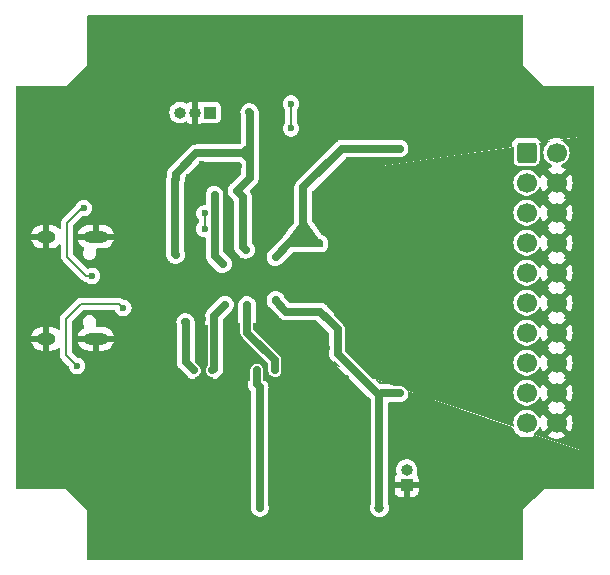
<source format=gbl>
G04 #@! TF.GenerationSoftware,KiCad,Pcbnew,7.0.1-0*
G04 #@! TF.CreationDate,2023-05-08T01:12:17+09:00*
G04 #@! TF.ProjectId,rp2040_jtag_debugger,72703230-3430-45f6-9a74-61675f646562,rev?*
G04 #@! TF.SameCoordinates,Original*
G04 #@! TF.FileFunction,Copper,L2,Bot*
G04 #@! TF.FilePolarity,Positive*
%FSLAX46Y46*%
G04 Gerber Fmt 4.6, Leading zero omitted, Abs format (unit mm)*
G04 Created by KiCad (PCBNEW 7.0.1-0) date 2023-05-08 01:12:17*
%MOMM*%
%LPD*%
G01*
G04 APERTURE LIST*
G04 Aperture macros list*
%AMRoundRect*
0 Rectangle with rounded corners*
0 $1 Rounding radius*
0 $2 $3 $4 $5 $6 $7 $8 $9 X,Y pos of 4 corners*
0 Add a 4 corners polygon primitive as box body*
4,1,4,$2,$3,$4,$5,$6,$7,$8,$9,$2,$3,0*
0 Add four circle primitives for the rounded corners*
1,1,$1+$1,$2,$3*
1,1,$1+$1,$4,$5*
1,1,$1+$1,$6,$7*
1,1,$1+$1,$8,$9*
0 Add four rect primitives between the rounded corners*
20,1,$1+$1,$2,$3,$4,$5,0*
20,1,$1+$1,$4,$5,$6,$7,0*
20,1,$1+$1,$6,$7,$8,$9,0*
20,1,$1+$1,$8,$9,$2,$3,0*%
G04 Aperture macros list end*
G04 #@! TA.AperFunction,ComponentPad*
%ADD10RoundRect,0.250000X-0.600000X-0.600000X0.600000X-0.600000X0.600000X0.600000X-0.600000X0.600000X0*%
G04 #@! TD*
G04 #@! TA.AperFunction,ComponentPad*
%ADD11C,1.700000*%
G04 #@! TD*
G04 #@! TA.AperFunction,ComponentPad*
%ADD12R,1.000000X1.000000*%
G04 #@! TD*
G04 #@! TA.AperFunction,ComponentPad*
%ADD13O,1.000000X1.000000*%
G04 #@! TD*
G04 #@! TA.AperFunction,ComponentPad*
%ADD14O,2.100000X1.000000*%
G04 #@! TD*
G04 #@! TA.AperFunction,ComponentPad*
%ADD15O,1.600000X1.000000*%
G04 #@! TD*
G04 #@! TA.AperFunction,ComponentPad*
%ADD16C,3.000000*%
G04 #@! TD*
G04 #@! TA.AperFunction,ViaPad*
%ADD17C,0.600000*%
G04 #@! TD*
G04 #@! TA.AperFunction,ViaPad*
%ADD18C,0.800000*%
G04 #@! TD*
G04 #@! TA.AperFunction,ViaPad*
%ADD19C,3.000000*%
G04 #@! TD*
G04 #@! TA.AperFunction,Conductor*
%ADD20C,0.700000*%
G04 #@! TD*
G04 #@! TA.AperFunction,Conductor*
%ADD21C,0.200000*%
G04 #@! TD*
G04 APERTURE END LIST*
D10*
X143750000Y-62150000D03*
D11*
X146290000Y-62150000D03*
X143750000Y-64690000D03*
X146290000Y-64690000D03*
X143750000Y-67230000D03*
X146290000Y-67230000D03*
X143750000Y-69770000D03*
X146290000Y-69770000D03*
X143750000Y-72310000D03*
X146290000Y-72310000D03*
X143750000Y-74850000D03*
X146290000Y-74850000D03*
X143750000Y-77390000D03*
X146290000Y-77390000D03*
X143750000Y-79930000D03*
X146290000Y-79930000D03*
X143750000Y-82470000D03*
X146290000Y-82470000D03*
X143750000Y-85010000D03*
X146290000Y-85010000D03*
D12*
X116951000Y-58760000D03*
D13*
X115681000Y-58760000D03*
X114411000Y-58760000D03*
D12*
X133600000Y-90300000D03*
D13*
X133600000Y-89030000D03*
D14*
X107280000Y-69255000D03*
D15*
X103100000Y-69255000D03*
D14*
X107280000Y-77895000D03*
D15*
X103100000Y-77895000D03*
D16*
X120206000Y-72600000D03*
D17*
X108940000Y-65060000D03*
X103490000Y-61770000D03*
X129080000Y-59660000D03*
X103950000Y-73600000D03*
X139010000Y-86700000D03*
X139050000Y-92530000D03*
X137280000Y-59680000D03*
X137240000Y-54670000D03*
X129070000Y-54550000D03*
X121200000Y-54400000D03*
X112570000Y-54210000D03*
X108760000Y-58480000D03*
X123186000Y-82380000D03*
X142000000Y-63440000D03*
X120000000Y-86050000D03*
X104200000Y-88300000D03*
X128000000Y-69000000D03*
X101000000Y-57000000D03*
X113700000Y-73350000D03*
X109900000Y-70300000D03*
X117700000Y-82500000D03*
X128500000Y-71500000D03*
X115675000Y-61050000D03*
X115050000Y-96275000D03*
X144100000Y-91225000D03*
X127050000Y-96275000D03*
X139000000Y-71060000D03*
X104500000Y-56950000D03*
X149150000Y-73600000D03*
X136000000Y-81220000D03*
X101000000Y-65300000D03*
X127500000Y-66500000D03*
X139000000Y-63440000D03*
X143125000Y-92600000D03*
X107050000Y-96275000D03*
D18*
X132500000Y-84200000D03*
D17*
X114800000Y-82500000D03*
X110925000Y-50875000D03*
X117550500Y-63200000D03*
X119250000Y-61100000D03*
X105840000Y-85832500D03*
X125700000Y-83925000D03*
X109100000Y-93350000D03*
X126810000Y-90550000D03*
X101000000Y-86050000D03*
X127700000Y-83925000D03*
X122250000Y-68054342D03*
X130925000Y-50875000D03*
X139000000Y-81220000D03*
X144050000Y-55850000D03*
X130000000Y-71060000D03*
X149150000Y-86050000D03*
X130000000Y-68520000D03*
X111050000Y-96275000D03*
X130000000Y-65980000D03*
X136000000Y-78680000D03*
X101000000Y-81900000D03*
X108680000Y-85832500D03*
X111960000Y-68550000D03*
X106000000Y-83800000D03*
X126980000Y-64740000D03*
X116400000Y-82500000D03*
X126925000Y-50875000D03*
X123050000Y-96275000D03*
X142000000Y-71060000D03*
X109400000Y-79500000D03*
X128450000Y-81200000D03*
X133000000Y-78680000D03*
X142000000Y-65980000D03*
X128950000Y-76150000D03*
X136000000Y-76140000D03*
X119430000Y-63240000D03*
X114925000Y-50875000D03*
X105875000Y-55975000D03*
X130000000Y-73600000D03*
X139050000Y-96275000D03*
D19*
X126422500Y-86977500D03*
D17*
X136000000Y-63440000D03*
X104525000Y-90275000D03*
X149150000Y-57000000D03*
X145575000Y-90250000D03*
X113375000Y-62225000D03*
X139000000Y-65980000D03*
X132450000Y-87950000D03*
X122500000Y-91100000D03*
X106925000Y-50875000D03*
X131700000Y-81200000D03*
X131050000Y-96275000D03*
X142000000Y-81220000D03*
X116350000Y-76200000D03*
X118025000Y-93400000D03*
X142000000Y-76140000D03*
X126820000Y-78680000D03*
X113802015Y-79367765D03*
X134200000Y-81200000D03*
X113000000Y-65300000D03*
X120886873Y-65420000D03*
X143075000Y-54400000D03*
X101000000Y-90200000D03*
X126100000Y-67800000D03*
X128800000Y-78700000D03*
X123756000Y-63640000D03*
X139000000Y-68520000D03*
X130250000Y-83050000D03*
X116300000Y-63100000D03*
X114975000Y-67275000D03*
X104190000Y-83472500D03*
X134925000Y-50875000D03*
X122550000Y-88200000D03*
X101000000Y-61150000D03*
X119050000Y-96275000D03*
X139000000Y-76140000D03*
X101000000Y-69450000D03*
X133000000Y-76140000D03*
X136000000Y-65980000D03*
X109800000Y-90650000D03*
X130000000Y-78680000D03*
X115150000Y-87900000D03*
X130190000Y-89800000D03*
X118925000Y-50875000D03*
X122925000Y-50875000D03*
X136000000Y-71060000D03*
X120150000Y-82700000D03*
X142000000Y-73600000D03*
X128000000Y-93300000D03*
X133000000Y-65980000D03*
X143050000Y-96275000D03*
X139000000Y-73600000D03*
X111970000Y-71610000D03*
X142000000Y-68520000D03*
X145525000Y-56925000D03*
X149150000Y-81900000D03*
X136000000Y-68520000D03*
X118300000Y-87800000D03*
X125103911Y-76696089D03*
X101000000Y-77750000D03*
X106900000Y-92725000D03*
X130150000Y-91050000D03*
X120000000Y-91100000D03*
X149150000Y-69450000D03*
X125650000Y-81800000D03*
X149150000Y-77750000D03*
X115450000Y-91000000D03*
X107250000Y-88350000D03*
X105900000Y-91275000D03*
X149150000Y-61150000D03*
X142925000Y-50875000D03*
X135050000Y-96275000D03*
X149150000Y-90200000D03*
X109900000Y-72250000D03*
D18*
X110125000Y-85775000D03*
D17*
X136000000Y-73600000D03*
X133000000Y-71060000D03*
X149150000Y-65300000D03*
X139000000Y-78680000D03*
X133000000Y-68520000D03*
X120050000Y-88500000D03*
X127550000Y-73600000D03*
X112450000Y-87900000D03*
X142000000Y-78680000D03*
X130000000Y-76140000D03*
X106950000Y-54525000D03*
X115200000Y-64250000D03*
X138925000Y-50875000D03*
X101000000Y-73600000D03*
X123750000Y-67925000D03*
D18*
X131300000Y-92200000D03*
D17*
X115606000Y-80590000D03*
X122510000Y-74620000D03*
X127120000Y-76440000D03*
X122500000Y-70980000D03*
X133000000Y-82500000D03*
X120010000Y-70390000D03*
X133000000Y-61800000D03*
X114063911Y-64416089D03*
X120916000Y-80570000D03*
X119195998Y-65384591D03*
X120286000Y-58710000D03*
X126202987Y-69840909D03*
X121180000Y-92220000D03*
X114860000Y-76490000D03*
X114070000Y-70830000D03*
X120080000Y-75050000D03*
X122446000Y-80590000D03*
X117340000Y-65717153D03*
X117150404Y-80592762D03*
X118050000Y-71580000D03*
X118210000Y-75030000D03*
X106960000Y-72590000D03*
X106260000Y-66850000D03*
X105690000Y-80210000D03*
X109600000Y-75300000D03*
X116490500Y-67300000D03*
X116490500Y-68600000D03*
X123800000Y-60100000D03*
X123800000Y-58000000D03*
D20*
X122510000Y-74717208D02*
X122510000Y-74620000D01*
X120916000Y-81766000D02*
X120916000Y-80570000D01*
X131300000Y-82700000D02*
X127800000Y-79200000D01*
X119778082Y-62210000D02*
X120336000Y-62767918D01*
X127800000Y-77120000D02*
X127120000Y-76440000D01*
X119778082Y-62210000D02*
X119778082Y-62207918D01*
X114063911Y-64416089D02*
X114063911Y-63936089D01*
X133000000Y-61800000D02*
X128150000Y-61800000D01*
X121150000Y-82000000D02*
X120916000Y-81766000D01*
X114000000Y-70760000D02*
X114070000Y-70830000D01*
X114063911Y-63936089D02*
X115790000Y-62210000D01*
X119215409Y-65384591D02*
X120336000Y-64264000D01*
X123392792Y-75600000D02*
X122510000Y-74717208D01*
X121180000Y-92220000D02*
X121150000Y-92190000D01*
X114900000Y-79884000D02*
X114900000Y-76530000D01*
X119195998Y-65384591D02*
X119215409Y-65384591D01*
X115606000Y-80590000D02*
X114900000Y-79884000D01*
X119725000Y-65913593D02*
X119725000Y-70105000D01*
X119778082Y-62207918D02*
X120336000Y-61650000D01*
X133000000Y-82500000D02*
X131500000Y-82500000D01*
X114000000Y-64480000D02*
X114000000Y-70760000D01*
X126280000Y-75600000D02*
X123392792Y-75600000D01*
X114900000Y-76530000D02*
X114860000Y-76490000D01*
X120336000Y-62810000D02*
X120336000Y-61650000D01*
X120336000Y-61650000D02*
X120336000Y-58760000D01*
X119516000Y-62210000D02*
X119778082Y-62210000D01*
X131300000Y-82950000D02*
X131300000Y-82700000D01*
X121150000Y-92190000D02*
X121150000Y-82000000D01*
X120336000Y-58760000D02*
X120286000Y-58710000D01*
X120336000Y-62210000D02*
X119516000Y-62210000D01*
X119725000Y-70105000D02*
X120010000Y-70390000D01*
X114063911Y-64416089D02*
X114000000Y-64480000D01*
X124850000Y-65100000D02*
X124850000Y-69490909D01*
X119195998Y-65384591D02*
X119725000Y-65913593D01*
X131300000Y-92200000D02*
X131300000Y-82950000D01*
X128150000Y-61800000D02*
X124850000Y-65100000D01*
X120336000Y-64264000D02*
X120336000Y-62810000D01*
X126202987Y-69840909D02*
X123639091Y-69840909D01*
X125200000Y-69840909D02*
X126202987Y-69840909D01*
X124850000Y-69490909D02*
X125200000Y-69840909D01*
X131500000Y-82500000D02*
X131300000Y-82700000D01*
X127800000Y-79200000D02*
X127800000Y-77120000D01*
X115790000Y-62210000D02*
X119516000Y-62210000D01*
X123639091Y-69840909D02*
X122500000Y-70980000D01*
X127120000Y-76440000D02*
X126280000Y-75600000D01*
X120336000Y-62767918D02*
X120336000Y-62810000D01*
X122446000Y-79746000D02*
X120080000Y-77380000D01*
X122446000Y-80590000D02*
X122446000Y-79746000D01*
X118210000Y-75030000D02*
X117300000Y-75940000D01*
X117340000Y-65717153D02*
X117340000Y-70870000D01*
X117340000Y-70870000D02*
X118050000Y-71580000D01*
X117300000Y-75940000D02*
X117300000Y-80443166D01*
X117300000Y-80443166D02*
X117150404Y-80592762D01*
X120080000Y-77380000D02*
X120080000Y-75050000D01*
D21*
X106490000Y-72590000D02*
X106960000Y-72590000D01*
X104850000Y-70950000D02*
X106490000Y-72590000D01*
X106100000Y-66850000D02*
X104850000Y-68100000D01*
X106260000Y-66850000D02*
X106100000Y-66850000D01*
X104850000Y-68100000D02*
X104850000Y-70950000D01*
X109250000Y-74950000D02*
X106000000Y-74950000D01*
X104750000Y-76200000D02*
X104750000Y-79270000D01*
X109600000Y-75300000D02*
X109250000Y-74950000D01*
X104750000Y-79270000D02*
X105690000Y-80210000D01*
X106000000Y-74950000D02*
X104750000Y-76200000D01*
X116490500Y-68600000D02*
X116490500Y-67300000D01*
X123800000Y-60100000D02*
X123800000Y-58000000D01*
G04 #@! TA.AperFunction,Conductor*
G36*
X148300000Y-86350000D02*
G01*
X148250000Y-87325000D01*
X144803282Y-86134899D01*
X145524310Y-86134899D01*
X145544697Y-86150767D01*
X145742628Y-86257882D01*
X145955491Y-86330957D01*
X146177470Y-86368000D01*
X146402530Y-86368000D01*
X146624508Y-86330957D01*
X146837368Y-86257883D01*
X147035305Y-86150764D01*
X147055688Y-86134899D01*
X147055689Y-86134898D01*
X146290001Y-85369210D01*
X146290000Y-85369210D01*
X145524310Y-86134899D01*
X144803282Y-86134899D01*
X144302806Y-85962092D01*
X144416041Y-85891981D01*
X144566764Y-85754579D01*
X144689673Y-85591821D01*
X144768062Y-85434393D01*
X144807386Y-85388192D01*
X144863747Y-85365725D01*
X144924074Y-85372205D01*
X144974378Y-85406128D01*
X144994601Y-85443935D01*
X144996984Y-85442891D01*
X145091580Y-85658548D01*
X145166922Y-85773866D01*
X145930789Y-85010001D01*
X146649210Y-85010001D01*
X147413076Y-85773867D01*
X147413077Y-85773866D01*
X147488418Y-85658551D01*
X147578819Y-85452457D01*
X147634068Y-85234283D01*
X147652653Y-85010000D01*
X147634068Y-84785716D01*
X147578819Y-84567543D01*
X147488417Y-84361446D01*
X147413076Y-84246132D01*
X146649210Y-85010000D01*
X146649210Y-85010001D01*
X145930789Y-85010001D01*
X145930790Y-85010000D01*
X145166922Y-84246133D01*
X145091580Y-84361451D01*
X144996984Y-84577109D01*
X144994602Y-84576064D01*
X144974373Y-84613877D01*
X144924068Y-84647796D01*
X144863743Y-84654273D01*
X144807385Y-84631806D01*
X144768060Y-84585603D01*
X144689673Y-84428179D01*
X144566764Y-84265421D01*
X144416041Y-84128019D01*
X144416038Y-84128017D01*
X144416037Y-84128016D01*
X144242640Y-84020653D01*
X144052456Y-83946976D01*
X144052455Y-83946975D01*
X143851976Y-83909500D01*
X143648024Y-83909500D01*
X143514370Y-83934484D01*
X143447543Y-83946976D01*
X143257359Y-84020653D01*
X143083962Y-84128016D01*
X142933235Y-84265422D01*
X142810328Y-84428177D01*
X142719417Y-84610752D01*
X142663603Y-84806914D01*
X142644785Y-85009999D01*
X142663603Y-85213085D01*
X142713426Y-85388192D01*
X142719418Y-85409250D01*
X142723099Y-85416642D01*
X138287514Y-83885101D01*
X145524310Y-83885101D01*
X146289999Y-84650790D01*
X146290000Y-84650790D01*
X147055689Y-83885100D01*
X147055688Y-83885099D01*
X147035302Y-83869232D01*
X147001265Y-83850812D01*
X146952994Y-83804495D01*
X146935236Y-83739997D01*
X146952996Y-83675500D01*
X147001268Y-83629184D01*
X147035306Y-83610763D01*
X147055688Y-83594899D01*
X147055689Y-83594898D01*
X146290001Y-82829210D01*
X146290000Y-82829210D01*
X145524310Y-83594899D01*
X145544699Y-83610768D01*
X145578733Y-83629187D01*
X145627004Y-83675503D01*
X145644763Y-83740000D01*
X145627004Y-83804497D01*
X145578733Y-83850813D01*
X145544702Y-83869229D01*
X145524310Y-83885099D01*
X145524310Y-83885101D01*
X138287514Y-83885101D01*
X134189157Y-82470000D01*
X142644785Y-82470000D01*
X142663603Y-82673085D01*
X142713426Y-82848192D01*
X142719418Y-82869250D01*
X142810327Y-83051821D01*
X142933236Y-83214579D01*
X143083959Y-83351981D01*
X143083961Y-83351982D01*
X143083962Y-83351983D01*
X143257359Y-83459346D01*
X143257361Y-83459346D01*
X143257363Y-83459348D01*
X143447544Y-83533024D01*
X143648024Y-83570500D01*
X143851974Y-83570500D01*
X143851976Y-83570500D01*
X144052456Y-83533024D01*
X144242637Y-83459348D01*
X144416041Y-83351981D01*
X144566764Y-83214579D01*
X144689673Y-83051821D01*
X144768062Y-82894393D01*
X144807386Y-82848192D01*
X144863747Y-82825725D01*
X144924074Y-82832205D01*
X144974378Y-82866128D01*
X144994601Y-82903935D01*
X144996984Y-82902891D01*
X145091580Y-83118548D01*
X145166922Y-83233866D01*
X145930789Y-82470001D01*
X146649210Y-82470001D01*
X147413076Y-83233867D01*
X147413077Y-83233866D01*
X147488418Y-83118551D01*
X147578819Y-82912457D01*
X147634068Y-82694283D01*
X147652653Y-82470000D01*
X147634068Y-82245716D01*
X147578819Y-82027543D01*
X147488417Y-81821446D01*
X147413076Y-81706132D01*
X146649210Y-82470000D01*
X146649210Y-82470001D01*
X145930789Y-82470001D01*
X145930790Y-82470000D01*
X145166922Y-81706133D01*
X145091580Y-81821451D01*
X144996984Y-82037109D01*
X144994602Y-82036064D01*
X144974373Y-82073877D01*
X144924068Y-82107796D01*
X144863743Y-82114273D01*
X144807385Y-82091806D01*
X144768060Y-82045603D01*
X144689673Y-81888179D01*
X144566764Y-81725421D01*
X144416041Y-81588019D01*
X144416038Y-81588017D01*
X144416037Y-81588016D01*
X144242640Y-81480653D01*
X144052456Y-81406976D01*
X144052455Y-81406975D01*
X143851976Y-81369500D01*
X143648024Y-81369500D01*
X143514370Y-81394484D01*
X143447543Y-81406976D01*
X143257359Y-81480653D01*
X143083962Y-81588016D01*
X142933235Y-81725422D01*
X142810328Y-81888177D01*
X142719417Y-82070752D01*
X142663603Y-82266914D01*
X142644785Y-82470000D01*
X134189157Y-82470000D01*
X133545492Y-82247752D01*
X133524535Y-82197157D01*
X133428282Y-82071717D01*
X133302842Y-81975464D01*
X133156761Y-81914955D01*
X133039361Y-81899500D01*
X132536897Y-81899500D01*
X130931272Y-81345101D01*
X145524310Y-81345101D01*
X146289999Y-82110790D01*
X146290000Y-82110790D01*
X147055689Y-81345100D01*
X147055688Y-81345099D01*
X147035302Y-81329232D01*
X147001265Y-81310812D01*
X146952994Y-81264495D01*
X146935236Y-81199997D01*
X146952996Y-81135500D01*
X147001268Y-81089184D01*
X147035306Y-81070763D01*
X147055688Y-81054899D01*
X147055689Y-81054898D01*
X146290001Y-80289210D01*
X146290000Y-80289210D01*
X145524310Y-81054899D01*
X145544699Y-81070768D01*
X145578733Y-81089187D01*
X145627004Y-81135503D01*
X145644763Y-81200000D01*
X145627004Y-81264497D01*
X145578733Y-81310813D01*
X145544702Y-81329229D01*
X145524310Y-81345099D01*
X145524310Y-81345101D01*
X130931272Y-81345101D01*
X130722120Y-81272884D01*
X129379235Y-79930000D01*
X142644785Y-79930000D01*
X142663603Y-80133085D01*
X142713426Y-80308192D01*
X142719418Y-80329250D01*
X142810327Y-80511821D01*
X142933236Y-80674579D01*
X143083959Y-80811981D01*
X143083961Y-80811982D01*
X143083962Y-80811983D01*
X143257359Y-80919346D01*
X143257361Y-80919346D01*
X143257363Y-80919348D01*
X143447544Y-80993024D01*
X143648024Y-81030500D01*
X143851974Y-81030500D01*
X143851976Y-81030500D01*
X144052456Y-80993024D01*
X144242637Y-80919348D01*
X144416041Y-80811981D01*
X144566764Y-80674579D01*
X144689673Y-80511821D01*
X144768062Y-80354393D01*
X144807386Y-80308192D01*
X144863747Y-80285725D01*
X144924074Y-80292205D01*
X144974378Y-80326128D01*
X144994601Y-80363935D01*
X144996984Y-80362891D01*
X145091580Y-80578548D01*
X145166922Y-80693866D01*
X145930789Y-79930001D01*
X146649210Y-79930001D01*
X147413076Y-80693867D01*
X147413077Y-80693866D01*
X147488418Y-80578551D01*
X147578819Y-80372457D01*
X147634068Y-80154283D01*
X147652653Y-79930000D01*
X147634068Y-79705716D01*
X147578819Y-79487543D01*
X147488417Y-79281446D01*
X147413076Y-79166132D01*
X146649210Y-79930000D01*
X146649210Y-79930001D01*
X145930789Y-79930001D01*
X145930790Y-79930000D01*
X145166922Y-79166133D01*
X145091580Y-79281451D01*
X144996984Y-79497109D01*
X144994602Y-79496064D01*
X144974373Y-79533877D01*
X144924068Y-79567796D01*
X144863743Y-79574273D01*
X144807385Y-79551806D01*
X144768060Y-79505603D01*
X144766685Y-79502841D01*
X144689673Y-79348179D01*
X144566764Y-79185421D01*
X144416041Y-79048019D01*
X144416038Y-79048017D01*
X144416037Y-79048016D01*
X144242640Y-78940653D01*
X144052456Y-78866976D01*
X144052455Y-78866975D01*
X143851976Y-78829500D01*
X143648024Y-78829500D01*
X143514370Y-78854484D01*
X143447543Y-78866976D01*
X143257359Y-78940653D01*
X143083962Y-79048016D01*
X142933235Y-79185422D01*
X142810328Y-79348177D01*
X142719417Y-79530752D01*
X142663603Y-79726914D01*
X142644785Y-79930000D01*
X129379235Y-79930000D01*
X128437405Y-78988170D01*
X128410091Y-78947293D01*
X128400500Y-78899075D01*
X128400500Y-78805101D01*
X145524310Y-78805101D01*
X146289999Y-79570790D01*
X146290000Y-79570790D01*
X147055689Y-78805100D01*
X147055688Y-78805099D01*
X147035302Y-78789232D01*
X147001265Y-78770812D01*
X146952994Y-78724495D01*
X146935236Y-78659997D01*
X146952996Y-78595500D01*
X147001268Y-78549184D01*
X147035306Y-78530763D01*
X147055688Y-78514899D01*
X147055689Y-78514898D01*
X146290001Y-77749210D01*
X146290000Y-77749210D01*
X145524310Y-78514899D01*
X145544699Y-78530768D01*
X145578733Y-78549187D01*
X145627004Y-78595503D01*
X145644763Y-78660000D01*
X145627004Y-78724497D01*
X145578733Y-78770813D01*
X145544702Y-78789229D01*
X145524310Y-78805099D01*
X145524310Y-78805101D01*
X128400500Y-78805101D01*
X128400500Y-77389999D01*
X142644785Y-77389999D01*
X142663603Y-77593085D01*
X142713426Y-77768192D01*
X142719418Y-77789250D01*
X142810327Y-77971821D01*
X142933236Y-78134579D01*
X143083959Y-78271981D01*
X143083961Y-78271982D01*
X143083962Y-78271983D01*
X143257359Y-78379346D01*
X143257361Y-78379346D01*
X143257363Y-78379348D01*
X143447544Y-78453024D01*
X143648024Y-78490500D01*
X143851974Y-78490500D01*
X143851976Y-78490500D01*
X144052456Y-78453024D01*
X144242637Y-78379348D01*
X144416041Y-78271981D01*
X144566764Y-78134579D01*
X144689673Y-77971821D01*
X144768062Y-77814393D01*
X144807386Y-77768192D01*
X144863747Y-77745725D01*
X144924074Y-77752205D01*
X144974378Y-77786128D01*
X144994601Y-77823935D01*
X144996984Y-77822891D01*
X145091580Y-78038548D01*
X145166922Y-78153866D01*
X145930789Y-77390001D01*
X146649210Y-77390001D01*
X147413076Y-78153867D01*
X147413077Y-78153866D01*
X147488418Y-78038551D01*
X147578819Y-77832457D01*
X147634068Y-77614283D01*
X147652653Y-77389999D01*
X147634068Y-77165716D01*
X147578819Y-76947543D01*
X147488417Y-76741446D01*
X147413076Y-76626132D01*
X146649210Y-77390000D01*
X146649210Y-77390001D01*
X145930789Y-77390001D01*
X145930790Y-77390000D01*
X145166922Y-76626133D01*
X145091580Y-76741451D01*
X144996984Y-76957109D01*
X144994602Y-76956064D01*
X144974373Y-76993877D01*
X144924068Y-77027796D01*
X144863743Y-77034273D01*
X144807385Y-77011806D01*
X144768060Y-76965603D01*
X144689673Y-76808179D01*
X144566764Y-76645421D01*
X144416041Y-76508019D01*
X144416038Y-76508017D01*
X144416037Y-76508016D01*
X144242640Y-76400653D01*
X144052456Y-76326976D01*
X144052455Y-76326975D01*
X143851976Y-76289500D01*
X143648024Y-76289500D01*
X143514370Y-76314484D01*
X143447543Y-76326976D01*
X143257359Y-76400653D01*
X143083962Y-76508016D01*
X142933235Y-76645422D01*
X142810328Y-76808177D01*
X142719417Y-76990752D01*
X142663603Y-77186914D01*
X142644785Y-77389999D01*
X128400500Y-77389999D01*
X128400500Y-77167619D01*
X128401578Y-77151173D01*
X128401673Y-77150444D01*
X128405682Y-77120000D01*
X128385044Y-76963238D01*
X128324536Y-76817159D01*
X128252450Y-76723215D01*
X128228282Y-76691718D01*
X128228280Y-76691717D01*
X128228280Y-76691716D01*
X128203328Y-76672569D01*
X128190937Y-76661702D01*
X127794336Y-76265101D01*
X145524310Y-76265101D01*
X146289999Y-77030790D01*
X146290000Y-77030790D01*
X147055689Y-76265100D01*
X147055688Y-76265099D01*
X147035302Y-76249232D01*
X147001265Y-76230812D01*
X146952994Y-76184495D01*
X146935236Y-76119997D01*
X146952996Y-76055500D01*
X147001268Y-76009184D01*
X147035306Y-75990763D01*
X147055688Y-75974899D01*
X147055689Y-75974898D01*
X146290001Y-75209210D01*
X146290000Y-75209210D01*
X145524310Y-75974899D01*
X145544699Y-75990768D01*
X145578733Y-76009187D01*
X145627004Y-76055503D01*
X145644763Y-76120000D01*
X145627004Y-76184497D01*
X145578733Y-76230813D01*
X145544702Y-76249229D01*
X145524310Y-76265099D01*
X145524310Y-76265101D01*
X127794336Y-76265101D01*
X127446497Y-75917262D01*
X127449692Y-74850000D01*
X142644785Y-74850000D01*
X142663603Y-75053085D01*
X142713426Y-75228192D01*
X142719418Y-75249250D01*
X142810327Y-75431821D01*
X142933236Y-75594579D01*
X143083959Y-75731981D01*
X143083961Y-75731982D01*
X143083962Y-75731983D01*
X143257359Y-75839346D01*
X143257361Y-75839346D01*
X143257363Y-75839348D01*
X143447544Y-75913024D01*
X143648024Y-75950500D01*
X143851974Y-75950500D01*
X143851976Y-75950500D01*
X144052456Y-75913024D01*
X144242637Y-75839348D01*
X144416041Y-75731981D01*
X144566764Y-75594579D01*
X144689673Y-75431821D01*
X144768062Y-75274393D01*
X144807386Y-75228192D01*
X144863747Y-75205725D01*
X144924074Y-75212205D01*
X144974378Y-75246128D01*
X144994601Y-75283935D01*
X144996984Y-75282891D01*
X145091580Y-75498548D01*
X145166922Y-75613866D01*
X145930789Y-74850001D01*
X146649210Y-74850001D01*
X147413076Y-75613867D01*
X147413077Y-75613866D01*
X147488418Y-75498551D01*
X147578819Y-75292457D01*
X147634068Y-75074283D01*
X147652653Y-74849999D01*
X147634068Y-74625716D01*
X147578819Y-74407543D01*
X147488417Y-74201446D01*
X147413076Y-74086132D01*
X146649210Y-74850000D01*
X146649210Y-74850001D01*
X145930789Y-74850001D01*
X145930790Y-74850000D01*
X145166922Y-74086133D01*
X145091580Y-74201451D01*
X144996984Y-74417109D01*
X144994602Y-74416064D01*
X144974373Y-74453877D01*
X144924068Y-74487796D01*
X144863743Y-74494273D01*
X144807385Y-74471806D01*
X144768060Y-74425603D01*
X144689673Y-74268179D01*
X144566764Y-74105421D01*
X144416041Y-73968019D01*
X144416038Y-73968017D01*
X144416037Y-73968016D01*
X144242640Y-73860653D01*
X144052456Y-73786976D01*
X144052455Y-73786975D01*
X143851976Y-73749500D01*
X143648024Y-73749500D01*
X143514370Y-73774484D01*
X143447543Y-73786976D01*
X143257359Y-73860653D01*
X143083962Y-73968016D01*
X142933235Y-74105422D01*
X142810328Y-74268177D01*
X142719417Y-74450752D01*
X142663603Y-74646914D01*
X142644785Y-74850000D01*
X127449692Y-74850000D01*
X127453060Y-73725101D01*
X145524310Y-73725101D01*
X146289999Y-74490790D01*
X146290000Y-74490790D01*
X147055689Y-73725100D01*
X147055688Y-73725099D01*
X147035302Y-73709232D01*
X147001265Y-73690812D01*
X146952994Y-73644495D01*
X146935236Y-73579997D01*
X146952996Y-73515500D01*
X147001268Y-73469184D01*
X147035306Y-73450763D01*
X147055688Y-73434899D01*
X147055689Y-73434898D01*
X146290001Y-72669210D01*
X146290000Y-72669210D01*
X145524310Y-73434899D01*
X145544699Y-73450768D01*
X145578733Y-73469187D01*
X145627004Y-73515503D01*
X145644763Y-73580000D01*
X145627004Y-73644497D01*
X145578733Y-73690813D01*
X145544702Y-73709229D01*
X145524310Y-73725099D01*
X145524310Y-73725101D01*
X127453060Y-73725101D01*
X127457297Y-72309999D01*
X142644785Y-72309999D01*
X142663603Y-72513085D01*
X142713426Y-72688192D01*
X142719418Y-72709250D01*
X142810327Y-72891821D01*
X142933236Y-73054579D01*
X143083959Y-73191981D01*
X143083961Y-73191982D01*
X143083962Y-73191983D01*
X143257359Y-73299346D01*
X143257361Y-73299346D01*
X143257363Y-73299348D01*
X143447544Y-73373024D01*
X143648024Y-73410500D01*
X143851974Y-73410500D01*
X143851976Y-73410500D01*
X144052456Y-73373024D01*
X144242637Y-73299348D01*
X144416041Y-73191981D01*
X144566764Y-73054579D01*
X144689673Y-72891821D01*
X144768062Y-72734393D01*
X144807386Y-72688192D01*
X144863747Y-72665725D01*
X144924074Y-72672205D01*
X144974378Y-72706128D01*
X144994601Y-72743935D01*
X144996984Y-72742891D01*
X145091580Y-72958548D01*
X145166922Y-73073866D01*
X145930789Y-72310001D01*
X146649210Y-72310001D01*
X147413076Y-73073867D01*
X147413077Y-73073866D01*
X147488418Y-72958551D01*
X147578819Y-72752457D01*
X147634068Y-72534283D01*
X147652653Y-72310000D01*
X147634068Y-72085716D01*
X147578819Y-71867543D01*
X147488417Y-71661446D01*
X147413076Y-71546132D01*
X146649210Y-72310000D01*
X146649210Y-72310001D01*
X145930789Y-72310001D01*
X145930790Y-72310000D01*
X145166922Y-71546133D01*
X145091580Y-71661451D01*
X144996984Y-71877109D01*
X144994602Y-71876064D01*
X144974373Y-71913877D01*
X144924068Y-71947796D01*
X144863743Y-71954273D01*
X144807385Y-71931806D01*
X144768060Y-71885603D01*
X144689673Y-71728179D01*
X144566764Y-71565421D01*
X144416041Y-71428019D01*
X144416038Y-71428017D01*
X144416037Y-71428016D01*
X144242640Y-71320653D01*
X144052456Y-71246976D01*
X144052455Y-71246975D01*
X143851976Y-71209500D01*
X143648024Y-71209500D01*
X143514370Y-71234483D01*
X143447543Y-71246976D01*
X143257359Y-71320653D01*
X143083962Y-71428016D01*
X142933235Y-71565422D01*
X142810328Y-71728177D01*
X142719417Y-71910752D01*
X142663603Y-72106914D01*
X142644785Y-72309999D01*
X127457297Y-72309999D01*
X127460665Y-71185101D01*
X145524310Y-71185101D01*
X146289999Y-71950790D01*
X146290000Y-71950790D01*
X147055689Y-71185100D01*
X147055688Y-71185099D01*
X147035302Y-71169232D01*
X147001265Y-71150812D01*
X146952994Y-71104495D01*
X146935236Y-71039997D01*
X146952996Y-70975500D01*
X147001268Y-70929184D01*
X147035306Y-70910763D01*
X147055688Y-70894899D01*
X147055689Y-70894898D01*
X146290001Y-70129210D01*
X146290000Y-70129210D01*
X145524310Y-70894899D01*
X145544699Y-70910768D01*
X145578733Y-70929187D01*
X145627004Y-70975503D01*
X145644763Y-71040000D01*
X145627004Y-71104497D01*
X145578733Y-71150813D01*
X145544702Y-71169229D01*
X145524310Y-71185099D01*
X145524310Y-71185101D01*
X127460665Y-71185101D01*
X127464902Y-69769999D01*
X142644785Y-69769999D01*
X142663603Y-69973085D01*
X142713426Y-70148192D01*
X142719418Y-70169250D01*
X142810327Y-70351821D01*
X142933236Y-70514579D01*
X143083959Y-70651981D01*
X143083961Y-70651982D01*
X143083962Y-70651983D01*
X143257359Y-70759346D01*
X143257361Y-70759346D01*
X143257363Y-70759348D01*
X143447544Y-70833024D01*
X143648024Y-70870500D01*
X143851974Y-70870500D01*
X143851976Y-70870500D01*
X144052456Y-70833024D01*
X144242637Y-70759348D01*
X144416041Y-70651981D01*
X144566764Y-70514579D01*
X144689673Y-70351821D01*
X144768062Y-70194393D01*
X144807386Y-70148192D01*
X144863747Y-70125725D01*
X144924074Y-70132205D01*
X144974378Y-70166128D01*
X144994601Y-70203935D01*
X144996984Y-70202891D01*
X145091580Y-70418548D01*
X145166922Y-70533866D01*
X145930789Y-69770001D01*
X146649210Y-69770001D01*
X147413076Y-70533867D01*
X147413077Y-70533866D01*
X147488418Y-70418551D01*
X147578819Y-70212457D01*
X147634068Y-69994283D01*
X147652653Y-69769999D01*
X147634068Y-69545716D01*
X147578819Y-69327543D01*
X147488417Y-69121446D01*
X147413076Y-69006132D01*
X146649210Y-69770000D01*
X146649210Y-69770001D01*
X145930789Y-69770001D01*
X145930790Y-69770000D01*
X145166922Y-69006133D01*
X145091580Y-69121451D01*
X144996984Y-69337109D01*
X144994602Y-69336064D01*
X144974373Y-69373877D01*
X144924068Y-69407796D01*
X144863743Y-69414273D01*
X144807385Y-69391806D01*
X144768060Y-69345603D01*
X144689673Y-69188179D01*
X144566764Y-69025421D01*
X144416041Y-68888019D01*
X144416038Y-68888017D01*
X144416037Y-68888016D01*
X144242640Y-68780653D01*
X144052456Y-68706976D01*
X143851976Y-68669500D01*
X143648024Y-68669500D01*
X143514370Y-68694484D01*
X143447543Y-68706976D01*
X143257359Y-68780653D01*
X143083962Y-68888016D01*
X142933235Y-69025422D01*
X142810328Y-69188177D01*
X142719417Y-69370752D01*
X142663603Y-69566914D01*
X142644785Y-69769999D01*
X127464902Y-69769999D01*
X127468270Y-68645101D01*
X145524310Y-68645101D01*
X146289999Y-69410790D01*
X146290000Y-69410790D01*
X147055689Y-68645100D01*
X147055688Y-68645099D01*
X147035302Y-68629232D01*
X147001265Y-68610812D01*
X146952994Y-68564495D01*
X146935236Y-68499997D01*
X146952996Y-68435500D01*
X147001268Y-68389184D01*
X147035306Y-68370763D01*
X147055688Y-68354899D01*
X147055689Y-68354898D01*
X146290001Y-67589210D01*
X146290000Y-67589210D01*
X145524310Y-68354899D01*
X145544699Y-68370768D01*
X145578733Y-68389187D01*
X145627004Y-68435503D01*
X145644763Y-68500000D01*
X145627004Y-68564497D01*
X145578733Y-68610813D01*
X145544702Y-68629229D01*
X145524310Y-68645099D01*
X145524310Y-68645101D01*
X127468270Y-68645101D01*
X127472507Y-67230000D01*
X142644785Y-67230000D01*
X142663603Y-67433085D01*
X142713426Y-67608192D01*
X142719418Y-67629250D01*
X142810327Y-67811821D01*
X142933236Y-67974579D01*
X143083959Y-68111981D01*
X143083961Y-68111982D01*
X143083962Y-68111983D01*
X143257359Y-68219346D01*
X143257361Y-68219346D01*
X143257363Y-68219348D01*
X143447544Y-68293024D01*
X143648024Y-68330500D01*
X143851974Y-68330500D01*
X143851976Y-68330500D01*
X144052456Y-68293024D01*
X144242637Y-68219348D01*
X144416041Y-68111981D01*
X144566764Y-67974579D01*
X144689673Y-67811821D01*
X144768062Y-67654393D01*
X144807386Y-67608192D01*
X144863747Y-67585725D01*
X144924074Y-67592205D01*
X144974378Y-67626128D01*
X144994601Y-67663935D01*
X144996984Y-67662891D01*
X145091580Y-67878548D01*
X145166922Y-67993866D01*
X145930789Y-67230001D01*
X146649210Y-67230001D01*
X147413076Y-67993867D01*
X147413077Y-67993866D01*
X147488418Y-67878551D01*
X147578819Y-67672457D01*
X147634068Y-67454283D01*
X147652653Y-67230000D01*
X147634068Y-67005716D01*
X147578819Y-66787543D01*
X147488417Y-66581446D01*
X147413076Y-66466132D01*
X146649210Y-67230000D01*
X146649210Y-67230001D01*
X145930789Y-67230001D01*
X145930790Y-67230000D01*
X145166922Y-66466133D01*
X145091580Y-66581451D01*
X144996984Y-66797109D01*
X144994602Y-66796064D01*
X144974373Y-66833877D01*
X144924068Y-66867796D01*
X144863743Y-66874273D01*
X144807385Y-66851806D01*
X144768060Y-66805603D01*
X144689673Y-66648179D01*
X144566764Y-66485421D01*
X144416041Y-66348019D01*
X144416038Y-66348017D01*
X144416037Y-66348016D01*
X144242640Y-66240653D01*
X144052456Y-66166976D01*
X143851976Y-66129500D01*
X143648024Y-66129500D01*
X143514370Y-66154483D01*
X143447543Y-66166976D01*
X143257359Y-66240653D01*
X143083962Y-66348016D01*
X142933235Y-66485422D01*
X142810328Y-66648177D01*
X142719417Y-66830752D01*
X142663603Y-67026914D01*
X142644785Y-67230000D01*
X127472507Y-67230000D01*
X127475875Y-66105101D01*
X145524310Y-66105101D01*
X146289999Y-66870790D01*
X146290000Y-66870790D01*
X147055689Y-66105100D01*
X147055688Y-66105099D01*
X147035302Y-66089232D01*
X147001265Y-66070812D01*
X146952994Y-66024495D01*
X146935236Y-65959997D01*
X146952996Y-65895500D01*
X147001268Y-65849184D01*
X147035306Y-65830763D01*
X147055688Y-65814899D01*
X147055689Y-65814898D01*
X146290001Y-65049210D01*
X146290000Y-65049210D01*
X145524310Y-65814899D01*
X145544699Y-65830768D01*
X145578733Y-65849187D01*
X145627004Y-65895503D01*
X145644763Y-65960000D01*
X145627004Y-66024497D01*
X145578733Y-66070813D01*
X145544702Y-66089229D01*
X145524310Y-66105099D01*
X145524310Y-66105101D01*
X127475875Y-66105101D01*
X127480112Y-64690000D01*
X142644785Y-64690000D01*
X142663603Y-64893085D01*
X142713426Y-65068192D01*
X142719418Y-65089250D01*
X142810327Y-65271821D01*
X142933236Y-65434579D01*
X143083959Y-65571981D01*
X143083961Y-65571982D01*
X143083962Y-65571983D01*
X143257359Y-65679346D01*
X143257361Y-65679346D01*
X143257363Y-65679348D01*
X143447544Y-65753024D01*
X143648024Y-65790500D01*
X143851974Y-65790500D01*
X143851976Y-65790500D01*
X144052456Y-65753024D01*
X144242637Y-65679348D01*
X144416041Y-65571981D01*
X144566764Y-65434579D01*
X144689673Y-65271821D01*
X144768062Y-65114393D01*
X144807386Y-65068192D01*
X144863747Y-65045725D01*
X144924074Y-65052205D01*
X144974378Y-65086128D01*
X144994601Y-65123935D01*
X144996984Y-65122891D01*
X145091580Y-65338548D01*
X145166922Y-65453866D01*
X145930789Y-64690001D01*
X146649210Y-64690001D01*
X147413076Y-65453867D01*
X147413077Y-65453866D01*
X147488418Y-65338551D01*
X147578819Y-65132457D01*
X147634068Y-64914283D01*
X147652653Y-64689999D01*
X147634068Y-64465716D01*
X147578819Y-64247543D01*
X147488417Y-64041446D01*
X147413076Y-63926132D01*
X146649210Y-64690000D01*
X146649210Y-64690001D01*
X145930789Y-64690001D01*
X145930790Y-64690000D01*
X145166922Y-63926133D01*
X145091580Y-64041451D01*
X144996984Y-64257109D01*
X144994602Y-64256064D01*
X144974373Y-64293877D01*
X144924068Y-64327796D01*
X144863743Y-64334273D01*
X144807385Y-64311806D01*
X144768060Y-64265603D01*
X144689673Y-64108179D01*
X144566764Y-63945421D01*
X144416041Y-63808019D01*
X144416038Y-63808017D01*
X144416037Y-63808016D01*
X144242640Y-63700653D01*
X144052456Y-63626976D01*
X143851976Y-63589500D01*
X143648024Y-63589500D01*
X143514370Y-63614483D01*
X143447543Y-63626976D01*
X143257359Y-63700653D01*
X143083962Y-63808016D01*
X142933235Y-63945422D01*
X142810328Y-64108177D01*
X142719417Y-64290752D01*
X142663603Y-64486914D01*
X142644785Y-64690000D01*
X127480112Y-64690000D01*
X127482462Y-63905146D01*
X142649500Y-61642829D01*
X142649500Y-62797874D01*
X142655908Y-62857481D01*
X142706204Y-62992331D01*
X142792453Y-63107546D01*
X142869563Y-63165270D01*
X142907669Y-63193796D01*
X143042517Y-63244091D01*
X143102127Y-63250500D01*
X144397872Y-63250499D01*
X144397874Y-63250499D01*
X144427677Y-63247295D01*
X144457483Y-63244091D01*
X144592331Y-63193796D01*
X144707546Y-63107546D01*
X144793796Y-62992331D01*
X144844091Y-62857483D01*
X144850500Y-62797873D01*
X144850499Y-61502128D01*
X144844091Y-61442517D01*
X144799207Y-61322177D01*
X145770465Y-61177305D01*
X145623960Y-61268018D01*
X145623958Y-61268019D01*
X145623959Y-61268019D01*
X145510207Y-61371718D01*
X145473235Y-61405422D01*
X145350328Y-61568177D01*
X145259417Y-61750752D01*
X145203603Y-61946914D01*
X145184785Y-62150000D01*
X145203603Y-62353085D01*
X145217094Y-62400500D01*
X145259418Y-62549250D01*
X145350327Y-62731821D01*
X145473236Y-62894579D01*
X145623959Y-63031981D01*
X145623961Y-63031982D01*
X145623962Y-63031983D01*
X145797359Y-63139346D01*
X145797361Y-63139346D01*
X145797363Y-63139348D01*
X145864280Y-63165271D01*
X145914073Y-63200350D01*
X145941595Y-63254689D01*
X145940411Y-63315589D01*
X145910797Y-63368818D01*
X145859675Y-63401935D01*
X145742627Y-63442118D01*
X145544700Y-63549231D01*
X145524310Y-63565099D01*
X145524310Y-63565101D01*
X146289999Y-64330790D01*
X146290000Y-64330790D01*
X147055689Y-63565100D01*
X147055688Y-63565099D01*
X147035302Y-63549232D01*
X146837372Y-63442118D01*
X146720324Y-63401935D01*
X146669202Y-63368818D01*
X146639588Y-63315589D01*
X146638404Y-63254689D01*
X146665926Y-63200350D01*
X146715719Y-63165271D01*
X146782637Y-63139348D01*
X146956041Y-63031981D01*
X147106764Y-62894579D01*
X147229673Y-62731821D01*
X147320582Y-62549250D01*
X147376397Y-62353083D01*
X147395215Y-62150000D01*
X147376397Y-61946917D01*
X147320582Y-61750750D01*
X147229673Y-61568179D01*
X147106764Y-61405421D01*
X146956041Y-61268019D01*
X146956038Y-61268017D01*
X146956037Y-61268016D01*
X146782640Y-61160653D01*
X146592451Y-61086974D01*
X146496418Y-61069022D01*
X148300000Y-60800000D01*
X148300000Y-86350000D01*
G37*
G04 #@! TD.AperFunction*
G04 #@! TA.AperFunction,Conductor*
G36*
X128127906Y-80377141D02*
G01*
X127433862Y-80137498D01*
X127435218Y-79684453D01*
X128127906Y-80377141D01*
G37*
G04 #@! TD.AperFunction*
G04 #@! TA.AperFunction,Conductor*
G36*
X132102474Y-81749500D02*
G01*
X131563853Y-81749500D01*
X131545593Y-81748170D01*
X131521977Y-81744711D01*
X131473930Y-81748914D01*
X131419854Y-81741794D01*
X131373855Y-81712488D01*
X131046126Y-81384758D01*
X132102474Y-81749500D01*
G37*
G04 #@! TD.AperFunction*
G04 #@! TA.AperFunction,Conductor*
G36*
X143411977Y-50517381D02*
G01*
X143458096Y-50563500D01*
X143474977Y-50626500D01*
X143474977Y-54726063D01*
X145199977Y-56526063D01*
X149373500Y-56526063D01*
X149436500Y-56542944D01*
X149482619Y-56589063D01*
X149499500Y-56652063D01*
X149499500Y-90473977D01*
X149482619Y-90536977D01*
X149436500Y-90583096D01*
X149373500Y-90599977D01*
X145273937Y-90599977D01*
X144393086Y-91444125D01*
X143473937Y-92324976D01*
X143473937Y-96523500D01*
X143457056Y-96586500D01*
X143410937Y-96632619D01*
X143347937Y-96649500D01*
X106651023Y-96649500D01*
X106588023Y-96632619D01*
X106541904Y-96586500D01*
X106525023Y-96523500D01*
X106525023Y-92423938D01*
X106525023Y-92423937D01*
X104800023Y-90623937D01*
X100626500Y-90623937D01*
X100563500Y-90607056D01*
X100517381Y-90560937D01*
X100500500Y-90497937D01*
X100500500Y-78149000D01*
X101823693Y-78149000D01*
X101864223Y-78282609D01*
X101957823Y-78457723D01*
X102083787Y-78611212D01*
X102237276Y-78737176D01*
X102412390Y-78830776D01*
X102602396Y-78888415D01*
X102750479Y-78903000D01*
X102846000Y-78903000D01*
X103354000Y-78903000D01*
X103449521Y-78903000D01*
X103597603Y-78888415D01*
X103787609Y-78830776D01*
X103962726Y-78737174D01*
X104043567Y-78670831D01*
X104108076Y-78643178D01*
X104177372Y-78654327D01*
X104229952Y-78700820D01*
X104249500Y-78768230D01*
X104249500Y-79202643D01*
X104246620Y-79229426D01*
X104245641Y-79233925D01*
X104249179Y-79283391D01*
X104249500Y-79292380D01*
X104249500Y-79305798D01*
X104251410Y-79319088D01*
X104252370Y-79328019D01*
X104255909Y-79377484D01*
X104257518Y-79381798D01*
X104264178Y-79407891D01*
X104264834Y-79412454D01*
X104264834Y-79412455D01*
X104264835Y-79412457D01*
X104279564Y-79444710D01*
X104285431Y-79457555D01*
X104288872Y-79465865D01*
X104306202Y-79512329D01*
X104308966Y-79516021D01*
X104322709Y-79539184D01*
X104324621Y-79543372D01*
X104357091Y-79580844D01*
X104362733Y-79587846D01*
X104370774Y-79598588D01*
X104370778Y-79598592D01*
X104370779Y-79598593D01*
X104380275Y-79608089D01*
X104386392Y-79614659D01*
X104418872Y-79652143D01*
X104422749Y-79654635D01*
X104443723Y-79671537D01*
X104953909Y-80181723D01*
X104978099Y-80215659D01*
X104989895Y-80255630D01*
X105004859Y-80378871D01*
X105065181Y-80537929D01*
X105067729Y-80541620D01*
X105161817Y-80677929D01*
X105289148Y-80790734D01*
X105439775Y-80869790D01*
X105604944Y-80910500D01*
X105775054Y-80910500D01*
X105775056Y-80910500D01*
X105940225Y-80869790D01*
X106090852Y-80790734D01*
X106218183Y-80677929D01*
X106314818Y-80537930D01*
X106375140Y-80378872D01*
X106395645Y-80210000D01*
X106375140Y-80041128D01*
X106314818Y-79882070D01*
X106218183Y-79742071D01*
X106090852Y-79629266D01*
X105940225Y-79550210D01*
X105775056Y-79509500D01*
X105775054Y-79509500D01*
X105749504Y-79509500D01*
X105701286Y-79499909D01*
X105660409Y-79472595D01*
X105287405Y-79099591D01*
X105260091Y-79058714D01*
X105250500Y-79010496D01*
X105250500Y-78149000D01*
X105753693Y-78149000D01*
X105794223Y-78282609D01*
X105887823Y-78457723D01*
X106013787Y-78611212D01*
X106167276Y-78737176D01*
X106342390Y-78830776D01*
X106532396Y-78888415D01*
X106680479Y-78903000D01*
X107026000Y-78903000D01*
X107026000Y-78149000D01*
X107534000Y-78149000D01*
X107534000Y-78903000D01*
X107879521Y-78903000D01*
X108027603Y-78888415D01*
X108217609Y-78830776D01*
X108392723Y-78737176D01*
X108546212Y-78611212D01*
X108672176Y-78457723D01*
X108765776Y-78282609D01*
X108806307Y-78149000D01*
X107534000Y-78149000D01*
X107026000Y-78149000D01*
X105753693Y-78149000D01*
X105250500Y-78149000D01*
X105250500Y-77640999D01*
X105753692Y-77640999D01*
X105753693Y-77641000D01*
X108806307Y-77641000D01*
X108806307Y-77640999D01*
X108765776Y-77507390D01*
X108672176Y-77332276D01*
X108546212Y-77178787D01*
X108392723Y-77052823D01*
X108217609Y-76959223D01*
X108027603Y-76901584D01*
X107879521Y-76887000D01*
X107386691Y-76887000D01*
X107327295Y-76872122D01*
X107281926Y-76831002D01*
X107261298Y-76773350D01*
X107270282Y-76712782D01*
X107295730Y-76651344D01*
X107310687Y-76615236D01*
X107330466Y-76465000D01*
X107310687Y-76314764D01*
X107252698Y-76174767D01*
X107160451Y-76054549D01*
X107040233Y-75962302D01*
X107040232Y-75962301D01*
X106900235Y-75904312D01*
X106787720Y-75889500D01*
X106712280Y-75889500D01*
X106599764Y-75904312D01*
X106459767Y-75962301D01*
X106339549Y-76054549D01*
X106247301Y-76174767D01*
X106189312Y-76314764D01*
X106169534Y-76464999D01*
X106189312Y-76615235D01*
X106247301Y-76755232D01*
X106295553Y-76818115D01*
X106318528Y-76867212D01*
X106318750Y-76921419D01*
X106296177Y-76970702D01*
X106254987Y-77005941D01*
X106167274Y-77052824D01*
X106013787Y-77178787D01*
X105887823Y-77332276D01*
X105794223Y-77507390D01*
X105753692Y-77640999D01*
X105250500Y-77640999D01*
X105250500Y-76459504D01*
X105260091Y-76411286D01*
X105287405Y-76370409D01*
X106170409Y-75487405D01*
X106211286Y-75460091D01*
X106259504Y-75450500D01*
X108820921Y-75450500D01*
X108870309Y-75460583D01*
X108911793Y-75489217D01*
X108938733Y-75531821D01*
X108969848Y-75613867D01*
X108975182Y-75627930D01*
X109071817Y-75767929D01*
X109199148Y-75880734D01*
X109349775Y-75959790D01*
X109514944Y-76000500D01*
X109685054Y-76000500D01*
X109685056Y-76000500D01*
X109850225Y-75959790D01*
X110000852Y-75880734D01*
X110128183Y-75767929D01*
X110224818Y-75627930D01*
X110285140Y-75468872D01*
X110305645Y-75300000D01*
X110285140Y-75131128D01*
X110224818Y-74972070D01*
X110128183Y-74832071D01*
X110000852Y-74719266D01*
X109850225Y-74640210D01*
X109685056Y-74599500D01*
X109685054Y-74599500D01*
X109658897Y-74599500D01*
X109619106Y-74593052D01*
X109583387Y-74574368D01*
X109578591Y-74570778D01*
X109567842Y-74562731D01*
X109560844Y-74557091D01*
X109523372Y-74524621D01*
X109519184Y-74522709D01*
X109496021Y-74508966D01*
X109492329Y-74506202D01*
X109445865Y-74488872D01*
X109437566Y-74485435D01*
X109392457Y-74464835D01*
X109392455Y-74464834D01*
X109392454Y-74464834D01*
X109387891Y-74464178D01*
X109361798Y-74457518D01*
X109357484Y-74455909D01*
X109308019Y-74452370D01*
X109299088Y-74451410D01*
X109290028Y-74450108D01*
X109285799Y-74449500D01*
X109285798Y-74449500D01*
X109272380Y-74449500D01*
X109263391Y-74449179D01*
X109213927Y-74445641D01*
X109213926Y-74445641D01*
X109209426Y-74446620D01*
X109182643Y-74449500D01*
X106067357Y-74449500D01*
X106040574Y-74446620D01*
X106036074Y-74445641D01*
X106036073Y-74445641D01*
X105986609Y-74449179D01*
X105977620Y-74449500D01*
X105964201Y-74449500D01*
X105958646Y-74450298D01*
X105950912Y-74451410D01*
X105941981Y-74452370D01*
X105892513Y-74455909D01*
X105888195Y-74457520D01*
X105862108Y-74464178D01*
X105857541Y-74464834D01*
X105812434Y-74485434D01*
X105804128Y-74488875D01*
X105757666Y-74506205D01*
X105753970Y-74508972D01*
X105730822Y-74522706D01*
X105726629Y-74524621D01*
X105689153Y-74557093D01*
X105682156Y-74562731D01*
X105671406Y-74570778D01*
X105661908Y-74580276D01*
X105655333Y-74586398D01*
X105617854Y-74618874D01*
X105615361Y-74622754D01*
X105598463Y-74643721D01*
X104443721Y-75798463D01*
X104422754Y-75815361D01*
X104418874Y-75817854D01*
X104386398Y-75855333D01*
X104380276Y-75861908D01*
X104370778Y-75871406D01*
X104362731Y-75882156D01*
X104357093Y-75889153D01*
X104324621Y-75926629D01*
X104322706Y-75930822D01*
X104308972Y-75953970D01*
X104306205Y-75957666D01*
X104288875Y-76004128D01*
X104285434Y-76012434D01*
X104264834Y-76057541D01*
X104264178Y-76062108D01*
X104257520Y-76088195D01*
X104255909Y-76092513D01*
X104252370Y-76141981D01*
X104251410Y-76150912D01*
X104249500Y-76164202D01*
X104249500Y-76177620D01*
X104249179Y-76186609D01*
X104245641Y-76236074D01*
X104246620Y-76240574D01*
X104249500Y-76267357D01*
X104249500Y-77021770D01*
X104229952Y-77089180D01*
X104177372Y-77135673D01*
X104108076Y-77146822D01*
X104043567Y-77119169D01*
X103962726Y-77052825D01*
X103787609Y-76959223D01*
X103597603Y-76901584D01*
X103449521Y-76887000D01*
X103354000Y-76887000D01*
X103354000Y-78903000D01*
X102846000Y-78903000D01*
X102846000Y-78149000D01*
X101823693Y-78149000D01*
X100500500Y-78149000D01*
X100500500Y-77640999D01*
X101823692Y-77640999D01*
X101823693Y-77641000D01*
X102846000Y-77641000D01*
X102846000Y-76887000D01*
X102750479Y-76887000D01*
X102602396Y-76901584D01*
X102412390Y-76959223D01*
X102237276Y-77052823D01*
X102083787Y-77178787D01*
X101957823Y-77332276D01*
X101864223Y-77507390D01*
X101823692Y-77640999D01*
X100500500Y-77640999D01*
X100500500Y-69509000D01*
X101823693Y-69509000D01*
X101864223Y-69642609D01*
X101957823Y-69817723D01*
X102083787Y-69971212D01*
X102237276Y-70097176D01*
X102412390Y-70190776D01*
X102602396Y-70248415D01*
X102750479Y-70263000D01*
X102846000Y-70263000D01*
X103354000Y-70263000D01*
X103449521Y-70263000D01*
X103597603Y-70248415D01*
X103787609Y-70190776D01*
X103962723Y-70097176D01*
X104116212Y-69971212D01*
X104126100Y-69959164D01*
X104175282Y-69922688D01*
X104235850Y-69913704D01*
X104293502Y-69934332D01*
X104334622Y-69979701D01*
X104349500Y-70039097D01*
X104349500Y-70882643D01*
X104346620Y-70909426D01*
X104345688Y-70913713D01*
X104345641Y-70913927D01*
X104347000Y-70932921D01*
X104349179Y-70963391D01*
X104349500Y-70972380D01*
X104349500Y-70985798D01*
X104351410Y-70999088D01*
X104352370Y-71008019D01*
X104355909Y-71057484D01*
X104357518Y-71061798D01*
X104364178Y-71087891D01*
X104364834Y-71092454D01*
X104364834Y-71092455D01*
X104364835Y-71092457D01*
X104382174Y-71130425D01*
X104385431Y-71137555D01*
X104388872Y-71145865D01*
X104406202Y-71192329D01*
X104408966Y-71196021D01*
X104422709Y-71219184D01*
X104424621Y-71223372D01*
X104457091Y-71260844D01*
X104462733Y-71267846D01*
X104470774Y-71278588D01*
X104470778Y-71278592D01*
X104470779Y-71278593D01*
X104480275Y-71288089D01*
X104486392Y-71294659D01*
X104518872Y-71332143D01*
X104522749Y-71334635D01*
X104543723Y-71351537D01*
X106088459Y-72896272D01*
X106105362Y-72917246D01*
X106107856Y-72921127D01*
X106145345Y-72953611D01*
X106151916Y-72959729D01*
X106161407Y-72969220D01*
X106161409Y-72969222D01*
X106172142Y-72977256D01*
X106179148Y-72982902D01*
X106216626Y-73015377D01*
X106220815Y-73017290D01*
X106243982Y-73031036D01*
X106247669Y-73033796D01*
X106294128Y-73051124D01*
X106302437Y-73054565D01*
X106344699Y-73073866D01*
X106347543Y-73075165D01*
X106352099Y-73075820D01*
X106378203Y-73082482D01*
X106382517Y-73084091D01*
X106425671Y-73087177D01*
X106465538Y-73096713D01*
X106500236Y-73118543D01*
X106559148Y-73170734D01*
X106709775Y-73249790D01*
X106874944Y-73290500D01*
X107045054Y-73290500D01*
X107045056Y-73290500D01*
X107210225Y-73249790D01*
X107360852Y-73170734D01*
X107488183Y-73057929D01*
X107584818Y-72917930D01*
X107645140Y-72758872D01*
X107665645Y-72590000D01*
X107645140Y-72421128D01*
X107584818Y-72262070D01*
X107488183Y-72122071D01*
X107360852Y-72009266D01*
X107210225Y-71930210D01*
X107045056Y-71889500D01*
X106874944Y-71889500D01*
X106709775Y-71930210D01*
X106709774Y-71930210D01*
X106709772Y-71930211D01*
X106679230Y-71946241D01*
X106628283Y-71960443D01*
X106575995Y-71952485D01*
X106531581Y-71923768D01*
X105963509Y-71355696D01*
X105387405Y-70779591D01*
X105360091Y-70738714D01*
X105350500Y-70690496D01*
X105350500Y-69509000D01*
X105753693Y-69509000D01*
X105794223Y-69642609D01*
X105887823Y-69817723D01*
X106013787Y-69971212D01*
X106167278Y-70097177D01*
X106254986Y-70144058D01*
X106296177Y-70179296D01*
X106318751Y-70228580D01*
X106318529Y-70282787D01*
X106295553Y-70331884D01*
X106247302Y-70394765D01*
X106189312Y-70534764D01*
X106169534Y-70685000D01*
X106189312Y-70835235D01*
X106247301Y-70975232D01*
X106265607Y-70999088D01*
X106339549Y-71095451D01*
X106459767Y-71187698D01*
X106599764Y-71245687D01*
X106712280Y-71260500D01*
X106787720Y-71260500D01*
X106900236Y-71245687D01*
X107040233Y-71187698D01*
X107160451Y-71095451D01*
X107252698Y-70975233D01*
X107310687Y-70835236D01*
X107323485Y-70738023D01*
X113244711Y-70738023D01*
X113247424Y-70769039D01*
X113249021Y-70787289D01*
X113249500Y-70798269D01*
X113249500Y-70803713D01*
X113253090Y-70834432D01*
X113253462Y-70838073D01*
X113260123Y-70914201D01*
X113264273Y-70932921D01*
X113272560Y-70955689D01*
X113288355Y-70999088D01*
X113290402Y-71004710D01*
X113291604Y-71008170D01*
X113315631Y-71080678D01*
X113323988Y-71097940D01*
X113365966Y-71161765D01*
X113367923Y-71164836D01*
X113407288Y-71228656D01*
X113408037Y-71229870D01*
X113420139Y-71244725D01*
X113475707Y-71297150D01*
X113478302Y-71299670D01*
X113525101Y-71346469D01*
X113570223Y-71391591D01*
X113673324Y-71473112D01*
X113800085Y-71532222D01*
X113832327Y-71547257D01*
X114004144Y-71582734D01*
X114179512Y-71577631D01*
X114348976Y-71532223D01*
X114503400Y-71448959D01*
X114634459Y-71332326D01*
X114695124Y-71245687D01*
X114735086Y-71188615D01*
X114735086Y-71188614D01*
X114735088Y-71188612D01*
X114799862Y-71025567D01*
X114825289Y-70851977D01*
X114809999Y-70677203D01*
X114805929Y-70664921D01*
X114756896Y-70516947D01*
X114750500Y-70477314D01*
X114750500Y-64751080D01*
X114763902Y-64694532D01*
X114774593Y-64673244D01*
X114780880Y-64655156D01*
X114786621Y-64627350D01*
X114796343Y-64580263D01*
X114797104Y-64576828D01*
X114814411Y-64503810D01*
X114814411Y-64503806D01*
X114814739Y-64502422D01*
X114816686Y-64483369D01*
X114816172Y-64465716D01*
X114814464Y-64406989D01*
X114814411Y-64403325D01*
X114814411Y-64299147D01*
X114824002Y-64250929D01*
X114851316Y-64210052D01*
X116063962Y-62997405D01*
X116104839Y-62970091D01*
X116153057Y-62960500D01*
X119415023Y-62960500D01*
X119463240Y-62970091D01*
X119504117Y-62997404D01*
X119548594Y-63041880D01*
X119575909Y-63082757D01*
X119585500Y-63130976D01*
X119585500Y-63900941D01*
X119575909Y-63949159D01*
X119548595Y-63990037D01*
X118798219Y-64740411D01*
X118768928Y-64762218D01*
X118762598Y-64765631D01*
X118744760Y-64781505D01*
X118730240Y-64792646D01*
X118710303Y-64805759D01*
X118676366Y-64841729D01*
X118668486Y-64849383D01*
X118631536Y-64882266D01*
X118617842Y-64901823D01*
X118606286Y-64916009D01*
X118589905Y-64933373D01*
X118565174Y-64976207D01*
X118559271Y-64985473D01*
X118530909Y-65025979D01*
X118522094Y-65048167D01*
X118514119Y-65064639D01*
X118502185Y-65085309D01*
X118488002Y-65132681D01*
X118484396Y-65143057D01*
X118466135Y-65189024D01*
X118462675Y-65212643D01*
X118458714Y-65230509D01*
X118451868Y-65253377D01*
X118448991Y-65302759D01*
X118447874Y-65313688D01*
X118440708Y-65362613D01*
X118442788Y-65386393D01*
X118443054Y-65404691D01*
X118441666Y-65428525D01*
X118450254Y-65477232D01*
X118451688Y-65488127D01*
X118455998Y-65537385D01*
X118463508Y-65560051D01*
X118467987Y-65577796D01*
X118472132Y-65601302D01*
X118491715Y-65646700D01*
X118495624Y-65656972D01*
X118511182Y-65703922D01*
X118523713Y-65724239D01*
X118532164Y-65740474D01*
X118541620Y-65762394D01*
X118571146Y-65802055D01*
X118577318Y-65811148D01*
X118603284Y-65853245D01*
X118603285Y-65853246D01*
X118603286Y-65853247D01*
X118620168Y-65870129D01*
X118632135Y-65883976D01*
X118646389Y-65903123D01*
X118684268Y-65934907D01*
X118692372Y-65942333D01*
X118937595Y-66187556D01*
X118964909Y-66228433D01*
X118974500Y-66276651D01*
X118974500Y-68400000D01*
X118090500Y-68400000D01*
X118090500Y-65673444D01*
X118087965Y-65651759D01*
X118075241Y-65542898D01*
X118015237Y-65378036D01*
X118005093Y-65362613D01*
X117918830Y-65231456D01*
X117791218Y-65111061D01*
X117639283Y-65023341D01*
X117497734Y-64980964D01*
X117471210Y-64973023D01*
X117296065Y-64962822D01*
X117123289Y-64993288D01*
X116962193Y-65062777D01*
X116821471Y-65167541D01*
X116708698Y-65301938D01*
X116657094Y-65404691D01*
X116629960Y-65458720D01*
X116597837Y-65594259D01*
X116589500Y-65629434D01*
X116589500Y-66473500D01*
X116572619Y-66536500D01*
X116526500Y-66582619D01*
X116463500Y-66599500D01*
X116405444Y-66599500D01*
X116240275Y-66640210D01*
X116145154Y-66690134D01*
X116089648Y-66719266D01*
X115962316Y-66832072D01*
X115865681Y-66972070D01*
X115805359Y-67131128D01*
X115784855Y-67299999D01*
X115805359Y-67468871D01*
X115865681Y-67627929D01*
X115967696Y-67775722D01*
X115984295Y-67809812D01*
X115990000Y-67847298D01*
X115990000Y-68052702D01*
X115984295Y-68090188D01*
X115967696Y-68124278D01*
X115865681Y-68272070D01*
X115805359Y-68431128D01*
X115784855Y-68600000D01*
X115805359Y-68768871D01*
X115865681Y-68927929D01*
X115865682Y-68927930D01*
X115962317Y-69067929D01*
X116000000Y-69101313D01*
X116000000Y-76750000D01*
X115650500Y-76750000D01*
X115650500Y-76593852D01*
X115651830Y-76575592D01*
X115655289Y-76551977D01*
X115650979Y-76502711D01*
X115650500Y-76491731D01*
X115650500Y-76486295D01*
X115650500Y-76486291D01*
X115646899Y-76455491D01*
X115646537Y-76451950D01*
X115639999Y-76377203D01*
X115639997Y-76377198D01*
X115639874Y-76375787D01*
X115635728Y-76357086D01*
X115635241Y-76355749D01*
X115635241Y-76355745D01*
X115609576Y-76285231D01*
X115608419Y-76281902D01*
X115584814Y-76210666D01*
X115584812Y-76210663D01*
X115584364Y-76209310D01*
X115576015Y-76192067D01*
X115575237Y-76190885D01*
X115575237Y-76190883D01*
X115536106Y-76131388D01*
X115534028Y-76128228D01*
X115532081Y-76125172D01*
X115492712Y-76061345D01*
X115492711Y-76061344D01*
X115491970Y-76060142D01*
X115479862Y-76045279D01*
X115478832Y-76044307D01*
X115478830Y-76044304D01*
X115424280Y-75992840D01*
X115421687Y-75990320D01*
X115391157Y-75959790D01*
X115359777Y-75928409D01*
X115357526Y-75926629D01*
X115256675Y-75846887D01*
X115097674Y-75772743D01*
X114925857Y-75737266D01*
X114925856Y-75737266D01*
X114838171Y-75739817D01*
X114750487Y-75742369D01*
X114581023Y-75787777D01*
X114426600Y-75871040D01*
X114295538Y-75987676D01*
X114194913Y-76131384D01*
X114130138Y-76294433D01*
X114104711Y-76468022D01*
X114120001Y-76642799D01*
X114143104Y-76712516D01*
X114149500Y-76752150D01*
X114149500Y-79820147D01*
X114148170Y-79838407D01*
X114144858Y-79861021D01*
X114144711Y-79862023D01*
X114145950Y-79876188D01*
X114149021Y-79911289D01*
X114149500Y-79922269D01*
X114149500Y-79927713D01*
X114153090Y-79958432D01*
X114153462Y-79962073D01*
X114160123Y-80038201D01*
X114164273Y-80056921D01*
X114190402Y-80128710D01*
X114191604Y-80132170D01*
X114215631Y-80204678D01*
X114223988Y-80221940D01*
X114265966Y-80285765D01*
X114267935Y-80288855D01*
X114308037Y-80353870D01*
X114320139Y-80368725D01*
X114375707Y-80421150D01*
X114378302Y-80423670D01*
X115106223Y-81151591D01*
X115186067Y-81214723D01*
X115209324Y-81233112D01*
X115318050Y-81283812D01*
X115368327Y-81307257D01*
X115540144Y-81342734D01*
X115650000Y-81339537D01*
X115650000Y-81350000D01*
X117200000Y-81350000D01*
X117200000Y-81341789D01*
X117303201Y-81332761D01*
X117469738Y-81277576D01*
X117619060Y-81185474D01*
X117785538Y-81018993D01*
X117799385Y-81007027D01*
X117818530Y-80992776D01*
X117850317Y-80954892D01*
X117857740Y-80946792D01*
X117861591Y-80942942D01*
X117880802Y-80918644D01*
X117883086Y-80915839D01*
X117931302Y-80858380D01*
X117931303Y-80858376D01*
X117932217Y-80857288D01*
X117942508Y-80841134D01*
X117943108Y-80839846D01*
X117943111Y-80839843D01*
X117974801Y-80771881D01*
X117976396Y-80768588D01*
X118010684Y-80700316D01*
X118016966Y-80682240D01*
X118017253Y-80680845D01*
X118017257Y-80680839D01*
X118032444Y-80607278D01*
X118033192Y-80603910D01*
X118050500Y-80530887D01*
X118050500Y-80530884D01*
X118050828Y-80529500D01*
X118052775Y-80510445D01*
X118052295Y-80493952D01*
X118050553Y-80434069D01*
X118050500Y-80430405D01*
X118050500Y-76800000D01*
X119300000Y-76800000D01*
X119300000Y-81500000D01*
X120165500Y-81500000D01*
X120165500Y-81702147D01*
X120164170Y-81720407D01*
X120161038Y-81741794D01*
X120160711Y-81744023D01*
X120164553Y-81787950D01*
X120165021Y-81793289D01*
X120165500Y-81804269D01*
X120165500Y-81809713D01*
X120169090Y-81840432D01*
X120169462Y-81844073D01*
X120176123Y-81920201D01*
X120180273Y-81938921D01*
X120180759Y-81940255D01*
X120195759Y-81981470D01*
X120206402Y-82010710D01*
X120207604Y-82014170D01*
X120231631Y-82086678D01*
X120239988Y-82103940D01*
X120281966Y-82167765D01*
X120283935Y-82170855D01*
X120324037Y-82235870D01*
X120336139Y-82250725D01*
X120359966Y-82273204D01*
X120389195Y-82314947D01*
X120399500Y-82364853D01*
X120399500Y-92126147D01*
X120398170Y-92144407D01*
X120394711Y-92168023D01*
X120398553Y-92211950D01*
X120399021Y-92217289D01*
X120399500Y-92228269D01*
X120399500Y-92233713D01*
X120403090Y-92264432D01*
X120403462Y-92268073D01*
X120410123Y-92344201D01*
X120414273Y-92362921D01*
X120440402Y-92434710D01*
X120441604Y-92438170D01*
X120465631Y-92510678D01*
X120473988Y-92527940D01*
X120515966Y-92591765D01*
X120517935Y-92594855D01*
X120558037Y-92659870D01*
X120570136Y-92674721D01*
X120625700Y-92727144D01*
X120628328Y-92729696D01*
X120680223Y-92781590D01*
X120783323Y-92863111D01*
X120942327Y-92937256D01*
X121114144Y-92972733D01*
X121289512Y-92967631D01*
X121458975Y-92922223D01*
X121613400Y-92838959D01*
X121744459Y-92722326D01*
X121845087Y-92578612D01*
X121901576Y-92436423D01*
X121909861Y-92415569D01*
X121909861Y-92415568D01*
X121909862Y-92415566D01*
X121935289Y-92241977D01*
X121919998Y-92067202D01*
X121906895Y-92027659D01*
X121900500Y-91988027D01*
X121900500Y-82063853D01*
X121901830Y-82045593D01*
X121902635Y-82040090D01*
X121905289Y-82021977D01*
X121900979Y-81972711D01*
X121900500Y-81961731D01*
X121900500Y-81956295D01*
X121898469Y-81938921D01*
X121896899Y-81925491D01*
X121896537Y-81921950D01*
X121889999Y-81847203D01*
X121889997Y-81847198D01*
X121889874Y-81845787D01*
X121885728Y-81827086D01*
X121885241Y-81825749D01*
X121885241Y-81825745D01*
X121859576Y-81755231D01*
X121858419Y-81751902D01*
X121834814Y-81680666D01*
X121834813Y-81680664D01*
X121834366Y-81679315D01*
X121826017Y-81662068D01*
X121784038Y-81598242D01*
X121782070Y-81595152D01*
X121741965Y-81530132D01*
X121729866Y-81515282D01*
X121728830Y-81514305D01*
X121728830Y-81514304D01*
X121713669Y-81500000D01*
X123225000Y-81500000D01*
X123225000Y-76800000D01*
X124400000Y-76800000D01*
X124400000Y-76350500D01*
X125916941Y-76350500D01*
X125965159Y-76360091D01*
X126006036Y-76387404D01*
X126518463Y-76899830D01*
X126518465Y-76899833D01*
X126527287Y-76908655D01*
X126527288Y-76908656D01*
X126784348Y-77165716D01*
X127012595Y-77393962D01*
X127039909Y-77434840D01*
X127049500Y-77483058D01*
X127049500Y-79136147D01*
X127048170Y-79154407D01*
X127044711Y-79178021D01*
X127049021Y-79227289D01*
X127049500Y-79238269D01*
X127049500Y-79243713D01*
X127053090Y-79274432D01*
X127053462Y-79278073D01*
X127060123Y-79354201D01*
X127064273Y-79372921D01*
X127090402Y-79444710D01*
X127091604Y-79448170D01*
X127115631Y-79520678D01*
X127123988Y-79537940D01*
X127165966Y-79601765D01*
X127167923Y-79604836D01*
X127197103Y-79652143D01*
X127208037Y-79669870D01*
X127220139Y-79684725D01*
X127275708Y-79737151D01*
X127278337Y-79739705D01*
X127434585Y-79895953D01*
X127433862Y-80137498D01*
X127803898Y-80265265D01*
X130512595Y-82973962D01*
X130539909Y-83014839D01*
X130549500Y-83063057D01*
X130549500Y-91899691D01*
X130542429Y-91941306D01*
X130514632Y-92020742D01*
X130494435Y-92200000D01*
X130514632Y-92379257D01*
X130574210Y-92549521D01*
X130670184Y-92702263D01*
X130797736Y-92829815D01*
X130950478Y-92925789D01*
X131070055Y-92967631D01*
X131120745Y-92985368D01*
X131300000Y-93005565D01*
X131479255Y-92985368D01*
X131649522Y-92925789D01*
X131802262Y-92829816D01*
X131929816Y-92702262D01*
X132025789Y-92549522D01*
X132085368Y-92379255D01*
X132105565Y-92200000D01*
X132085368Y-92020745D01*
X132057570Y-91941305D01*
X132050500Y-91899691D01*
X132050500Y-90554000D01*
X132592000Y-90554000D01*
X132592000Y-90848589D01*
X132598505Y-90909093D01*
X132649554Y-91045962D01*
X132737095Y-91162904D01*
X132854037Y-91250445D01*
X132990906Y-91301494D01*
X133051411Y-91308000D01*
X133346000Y-91308000D01*
X133346000Y-90554000D01*
X133854000Y-90554000D01*
X133854000Y-91308000D01*
X134148589Y-91308000D01*
X134209093Y-91301494D01*
X134345962Y-91250445D01*
X134462904Y-91162904D01*
X134550445Y-91045962D01*
X134601494Y-90909093D01*
X134608000Y-90848589D01*
X134608000Y-90554000D01*
X133854000Y-90554000D01*
X133346000Y-90554000D01*
X132592000Y-90554000D01*
X132050500Y-90554000D01*
X132050500Y-90046000D01*
X132592000Y-90046000D01*
X134608000Y-90046000D01*
X134608000Y-89751411D01*
X134601494Y-89690906D01*
X134550445Y-89554037D01*
X134468354Y-89444375D01*
X134444917Y-89389464D01*
X134449389Y-89329929D01*
X134485674Y-89218255D01*
X134505460Y-89030000D01*
X134485674Y-88841744D01*
X134485674Y-88841742D01*
X134427179Y-88661716D01*
X134332534Y-88497785D01*
X134205870Y-88357111D01*
X134052727Y-88245847D01*
X133879807Y-88168857D01*
X133879803Y-88168856D01*
X133694646Y-88129500D01*
X133505354Y-88129500D01*
X133344016Y-88163793D01*
X133320192Y-88168857D01*
X133147272Y-88245847D01*
X132994129Y-88357111D01*
X132867465Y-88497785D01*
X132772820Y-88661716D01*
X132714325Y-88841742D01*
X132694540Y-89030000D01*
X132714325Y-89218255D01*
X132750611Y-89329929D01*
X132755083Y-89389464D01*
X132731646Y-89444375D01*
X132649554Y-89554037D01*
X132598505Y-89690906D01*
X132592000Y-89751411D01*
X132592000Y-90046000D01*
X132050500Y-90046000D01*
X132050500Y-83376500D01*
X132067381Y-83313500D01*
X132113500Y-83267381D01*
X132176500Y-83250500D01*
X133043709Y-83250500D01*
X133174255Y-83235241D01*
X133339117Y-83175237D01*
X133485696Y-83078830D01*
X133606092Y-82951218D01*
X133693812Y-82799281D01*
X133744130Y-82631210D01*
X133754331Y-82456065D01*
X133728756Y-82311031D01*
X142548160Y-85356239D01*
X142570424Y-85439329D01*
X142662898Y-85637639D01*
X142788404Y-85816880D01*
X142943119Y-85971595D01*
X142943122Y-85971597D01*
X142943123Y-85971598D01*
X143122361Y-86097102D01*
X143320670Y-86189575D01*
X143532023Y-86246207D01*
X143750000Y-86265277D01*
X143967977Y-86246207D01*
X144179330Y-86189575D01*
X144377639Y-86097102D01*
X144482059Y-86023986D01*
X148250000Y-87325000D01*
X148300000Y-86350000D01*
X148300000Y-60800000D01*
X146825506Y-61019935D01*
X146719329Y-60970424D01*
X146507977Y-60913793D01*
X146290000Y-60894723D01*
X146072023Y-60913793D01*
X145860670Y-60970425D01*
X145860667Y-60970426D01*
X145860668Y-60970426D01*
X145662360Y-61062898D01*
X145483119Y-61188404D01*
X145445788Y-61225734D01*
X144954479Y-61299018D01*
X144951744Y-61289603D01*
X144951744Y-61289602D01*
X144868081Y-61148135D01*
X144868079Y-61148133D01*
X144868078Y-61148131D01*
X144751868Y-61031921D01*
X144751865Y-61031919D01*
X144610398Y-60948256D01*
X144452569Y-60902402D01*
X144415694Y-60899500D01*
X143084306Y-60899500D01*
X143054805Y-60901821D01*
X143047430Y-60902402D01*
X142889602Y-60948256D01*
X142748131Y-61031921D01*
X142631921Y-61148131D01*
X142548256Y-61289602D01*
X142509618Y-61422595D01*
X142502402Y-61447431D01*
X142499500Y-61484306D01*
X142499500Y-61665203D01*
X127482462Y-63905146D01*
X127447130Y-75705763D01*
X126855831Y-75114463D01*
X126843860Y-75100611D01*
X126840320Y-75095856D01*
X126829610Y-75081470D01*
X126791732Y-75049686D01*
X126783638Y-75042270D01*
X126779777Y-75038409D01*
X126779776Y-75038408D01*
X126779774Y-75038406D01*
X126755459Y-75019181D01*
X126752652Y-75016894D01*
X126695214Y-74968698D01*
X126695213Y-74968697D01*
X126694128Y-74967787D01*
X126677961Y-74957487D01*
X126608722Y-74925200D01*
X126605425Y-74923604D01*
X126567647Y-74904631D01*
X126538433Y-74889960D01*
X126538431Y-74889959D01*
X126537164Y-74889323D01*
X126519063Y-74883030D01*
X126444227Y-74867577D01*
X126440652Y-74866784D01*
X126366336Y-74849171D01*
X126347280Y-74847224D01*
X126270904Y-74849447D01*
X126267240Y-74849500D01*
X124400000Y-74849500D01*
X124400000Y-70591409D01*
X125110451Y-70591409D01*
X125132719Y-70593684D01*
X125134142Y-70593642D01*
X125134144Y-70593643D01*
X125209095Y-70591462D01*
X125212760Y-70591409D01*
X126246696Y-70591409D01*
X126377242Y-70576150D01*
X126431172Y-70556520D01*
X126457127Y-70550094D01*
X126526989Y-70540507D01*
X126591332Y-70522507D01*
X126692499Y-70478637D01*
X126778107Y-70409133D01*
X126823769Y-70360359D01*
X126887484Y-70270364D01*
X126924599Y-70166533D01*
X126938325Y-70101146D01*
X126946096Y-69991153D01*
X126946095Y-69991149D01*
X126947136Y-69976419D01*
X126946987Y-69974342D01*
X126947116Y-69972121D01*
X126947117Y-69972119D01*
X126957318Y-69796974D01*
X126926852Y-69624198D01*
X126857364Y-69463105D01*
X126857362Y-69463102D01*
X126752598Y-69322380D01*
X126746640Y-69317381D01*
X126618201Y-69209607D01*
X126461420Y-69130869D01*
X126461418Y-69130868D01*
X126451935Y-69126106D01*
X126405311Y-69085836D01*
X126345838Y-69001000D01*
X125679798Y-68050912D01*
X125623327Y-67970358D01*
X125606342Y-67935952D01*
X125600500Y-67898030D01*
X125600500Y-65463058D01*
X125610091Y-65414840D01*
X125637405Y-65373963D01*
X128423963Y-62587405D01*
X128464840Y-62560091D01*
X128513058Y-62550500D01*
X133043709Y-62550500D01*
X133174255Y-62535241D01*
X133339117Y-62475237D01*
X133485696Y-62378830D01*
X133606092Y-62251218D01*
X133693812Y-62099281D01*
X133744130Y-61931210D01*
X133754331Y-61756065D01*
X133723865Y-61583289D01*
X133654377Y-61422196D01*
X133549610Y-61281470D01*
X133415214Y-61168698D01*
X133258433Y-61089960D01*
X133087721Y-61049500D01*
X133087719Y-61049500D01*
X128213853Y-61049500D01*
X128195593Y-61048170D01*
X128171978Y-61044711D01*
X128171977Y-61044711D01*
X128132439Y-61048170D01*
X128122711Y-61049021D01*
X128111731Y-61049500D01*
X128106287Y-61049500D01*
X128075533Y-61053094D01*
X128071890Y-61053466D01*
X127995802Y-61060123D01*
X127977074Y-61064275D01*
X127905286Y-61090402D01*
X127901831Y-61091603D01*
X127829320Y-61115632D01*
X127812059Y-61123988D01*
X127748240Y-61165963D01*
X127745151Y-61167931D01*
X127680142Y-61208030D01*
X127665278Y-61220137D01*
X127612848Y-61275709D01*
X127610295Y-61278336D01*
X124364464Y-64524166D01*
X124350616Y-64536134D01*
X124331472Y-64550387D01*
X124299688Y-64588265D01*
X124292268Y-64596363D01*
X124288406Y-64600225D01*
X124269202Y-64624512D01*
X124266890Y-64627350D01*
X124217793Y-64685863D01*
X124207486Y-64702041D01*
X124175200Y-64771277D01*
X124173605Y-64774572D01*
X124157943Y-64805759D01*
X124140831Y-64839834D01*
X124139321Y-64842840D01*
X124133027Y-64860948D01*
X124117576Y-64935772D01*
X124116784Y-64939346D01*
X124099171Y-65013662D01*
X124097224Y-65032719D01*
X124099447Y-65109096D01*
X124099500Y-65112760D01*
X124099500Y-68015162D01*
X124092503Y-68056565D01*
X124072290Y-68093371D01*
X123829542Y-68400000D01*
X120475500Y-68400000D01*
X120475500Y-65977446D01*
X120476830Y-65959186D01*
X120479298Y-65942333D01*
X120480289Y-65935570D01*
X120475979Y-65886304D01*
X120475500Y-65875324D01*
X120475500Y-65869888D01*
X120475500Y-65869884D01*
X120471899Y-65839084D01*
X120471537Y-65835543D01*
X120464999Y-65760796D01*
X120464997Y-65760791D01*
X120464874Y-65759380D01*
X120460728Y-65740679D01*
X120460241Y-65739342D01*
X120460241Y-65739338D01*
X120434576Y-65668824D01*
X120433419Y-65665495D01*
X120409814Y-65594259D01*
X120409812Y-65594256D01*
X120409364Y-65592903D01*
X120401015Y-65575660D01*
X120400237Y-65574478D01*
X120400237Y-65574476D01*
X120359028Y-65511821D01*
X120357078Y-65508761D01*
X120331372Y-65467084D01*
X120313330Y-65414356D01*
X120319800Y-65358998D01*
X120349517Y-65311849D01*
X120821539Y-64839827D01*
X120835378Y-64827867D01*
X120854530Y-64813610D01*
X120886313Y-64775731D01*
X120893728Y-64767638D01*
X120897591Y-64763777D01*
X120916827Y-64739446D01*
X120919060Y-64736704D01*
X120967302Y-64679214D01*
X120967304Y-64679208D01*
X120968219Y-64678119D01*
X120978507Y-64661972D01*
X121010798Y-64592723D01*
X121012396Y-64589422D01*
X121031999Y-64550390D01*
X121046040Y-64522433D01*
X121046040Y-64522429D01*
X121046682Y-64521153D01*
X121052969Y-64503067D01*
X121057330Y-64481945D01*
X121068432Y-64428174D01*
X121069193Y-64424739D01*
X121086500Y-64351721D01*
X121086500Y-64351717D01*
X121086828Y-64350333D01*
X121088775Y-64331280D01*
X121086553Y-64254904D01*
X121086500Y-64251240D01*
X121086500Y-62831771D01*
X121087830Y-62813511D01*
X121088664Y-62807814D01*
X121091289Y-62789895D01*
X121086978Y-62740631D01*
X121086500Y-62729651D01*
X121086500Y-62235510D01*
X121086713Y-62228184D01*
X121086728Y-62227913D01*
X121090331Y-62166065D01*
X121088414Y-62155192D01*
X121086500Y-62133314D01*
X121086500Y-61739543D01*
X121088774Y-61717281D01*
X121086553Y-61640924D01*
X121086500Y-61637260D01*
X121086500Y-60099999D01*
X123094355Y-60099999D01*
X123114859Y-60268871D01*
X123175181Y-60427929D01*
X123175182Y-60427930D01*
X123271817Y-60567929D01*
X123399148Y-60680734D01*
X123549775Y-60759790D01*
X123714944Y-60800500D01*
X123885054Y-60800500D01*
X123885056Y-60800500D01*
X124050225Y-60759790D01*
X124200852Y-60680734D01*
X124328183Y-60567929D01*
X124424818Y-60427930D01*
X124485140Y-60268872D01*
X124505645Y-60100000D01*
X124485140Y-59931128D01*
X124424818Y-59772070D01*
X124328183Y-59632071D01*
X124322804Y-59624278D01*
X124306205Y-59590188D01*
X124300500Y-59552702D01*
X124300500Y-58547298D01*
X124306205Y-58509812D01*
X124322804Y-58475722D01*
X124380789Y-58391716D01*
X124424818Y-58327930D01*
X124485140Y-58168872D01*
X124505645Y-58000000D01*
X124485140Y-57831128D01*
X124424818Y-57672070D01*
X124328183Y-57532071D01*
X124200852Y-57419266D01*
X124050225Y-57340210D01*
X123885056Y-57299500D01*
X123714944Y-57299500D01*
X123549775Y-57340210D01*
X123399148Y-57419265D01*
X123399148Y-57419266D01*
X123271816Y-57532072D01*
X123175181Y-57672070D01*
X123114859Y-57831128D01*
X123094355Y-58000000D01*
X123114859Y-58168871D01*
X123175181Y-58327929D01*
X123277196Y-58475722D01*
X123293795Y-58509812D01*
X123299500Y-58547298D01*
X123299500Y-59552702D01*
X123293795Y-59590188D01*
X123277196Y-59624278D01*
X123175181Y-59772070D01*
X123114859Y-59931128D01*
X123094355Y-60099999D01*
X121086500Y-60099999D01*
X121086500Y-58823853D01*
X121087830Y-58805593D01*
X121088635Y-58800090D01*
X121091289Y-58781977D01*
X121086979Y-58732711D01*
X121086500Y-58721731D01*
X121086500Y-58716295D01*
X121086500Y-58716291D01*
X121082899Y-58685491D01*
X121082537Y-58681950D01*
X121075999Y-58607203D01*
X121075997Y-58607198D01*
X121075874Y-58605787D01*
X121071728Y-58587086D01*
X121071241Y-58585749D01*
X121071241Y-58585745D01*
X121045576Y-58515231D01*
X121044419Y-58511902D01*
X121020814Y-58440666D01*
X121020812Y-58440663D01*
X121020364Y-58439310D01*
X121012015Y-58422067D01*
X121011237Y-58420885D01*
X121011237Y-58420883D01*
X120970028Y-58358228D01*
X120968081Y-58355172D01*
X120928712Y-58291345D01*
X120928711Y-58291344D01*
X120927969Y-58290141D01*
X120915859Y-58275274D01*
X120860282Y-58222839D01*
X120857687Y-58220319D01*
X120785777Y-58148409D01*
X120713223Y-58091041D01*
X120682675Y-58066887D01*
X120523674Y-57992743D01*
X120351857Y-57957266D01*
X120351856Y-57957266D01*
X120264172Y-57959817D01*
X120176487Y-57962369D01*
X120007023Y-58007777D01*
X119852600Y-58091040D01*
X119721538Y-58207676D01*
X119620913Y-58351384D01*
X119556138Y-58514433D01*
X119530711Y-58688022D01*
X119546001Y-58862799D01*
X119566922Y-58925933D01*
X119574319Y-58948256D01*
X119579104Y-58962694D01*
X119585500Y-59002328D01*
X119585500Y-61286942D01*
X119575909Y-61335160D01*
X119548595Y-61376037D01*
X119502037Y-61422595D01*
X119461160Y-61449909D01*
X119412942Y-61459500D01*
X115853853Y-61459500D01*
X115835593Y-61458170D01*
X115811978Y-61454711D01*
X115811977Y-61454711D01*
X115807897Y-61455068D01*
X115762714Y-61459021D01*
X115751733Y-61459500D01*
X115746289Y-61459500D01*
X115715519Y-61463096D01*
X115711876Y-61463468D01*
X115635795Y-61470124D01*
X115617071Y-61474275D01*
X115545245Y-61500417D01*
X115541787Y-61501619D01*
X115469319Y-61525632D01*
X115452060Y-61533988D01*
X115388215Y-61575979D01*
X115385126Y-61577947D01*
X115320140Y-61618031D01*
X115305278Y-61630137D01*
X115252849Y-61685708D01*
X115250296Y-61688335D01*
X113578375Y-63360255D01*
X113564527Y-63372223D01*
X113545383Y-63386476D01*
X113513599Y-63424354D01*
X113506179Y-63432452D01*
X113502317Y-63436314D01*
X113483113Y-63460601D01*
X113480801Y-63463439D01*
X113431704Y-63521952D01*
X113421397Y-63538130D01*
X113389111Y-63607366D01*
X113387516Y-63610661D01*
X113353232Y-63678929D01*
X113346938Y-63697037D01*
X113331487Y-63771861D01*
X113330695Y-63775435D01*
X113313082Y-63849751D01*
X113311135Y-63868808D01*
X113313358Y-63945185D01*
X113313411Y-63948849D01*
X113313411Y-64145009D01*
X113300009Y-64201557D01*
X113289322Y-64222835D01*
X113283027Y-64240947D01*
X113267576Y-64315772D01*
X113266784Y-64319346D01*
X113249171Y-64393662D01*
X113247224Y-64412719D01*
X113249447Y-64489096D01*
X113249500Y-64492760D01*
X113249500Y-70696147D01*
X113248170Y-70714407D01*
X113245653Y-70731595D01*
X113244711Y-70738023D01*
X107323485Y-70738023D01*
X107330466Y-70685000D01*
X107310687Y-70534764D01*
X107270282Y-70437218D01*
X107261298Y-70376650D01*
X107281926Y-70318998D01*
X107327295Y-70277878D01*
X107386691Y-70263000D01*
X107879521Y-70263000D01*
X108027603Y-70248415D01*
X108217609Y-70190776D01*
X108392723Y-70097176D01*
X108546212Y-69971212D01*
X108672176Y-69817723D01*
X108765776Y-69642609D01*
X108806307Y-69509000D01*
X105753693Y-69509000D01*
X105350500Y-69509000D01*
X105350500Y-69000999D01*
X105753692Y-69000999D01*
X105753693Y-69001000D01*
X107026000Y-69001000D01*
X107026000Y-68247000D01*
X107534000Y-68247000D01*
X107534000Y-69001000D01*
X108806307Y-69001000D01*
X108806307Y-69000999D01*
X108765776Y-68867390D01*
X108672176Y-68692276D01*
X108546212Y-68538787D01*
X108392723Y-68412823D01*
X108217609Y-68319223D01*
X108027603Y-68261584D01*
X107879521Y-68247000D01*
X107534000Y-68247000D01*
X107026000Y-68247000D01*
X106680479Y-68247000D01*
X106532396Y-68261584D01*
X106342390Y-68319223D01*
X106167276Y-68412823D01*
X106013787Y-68538787D01*
X105887823Y-68692276D01*
X105794223Y-68867390D01*
X105753692Y-69000999D01*
X105350500Y-69000999D01*
X105350500Y-68359505D01*
X105360091Y-68311287D01*
X105387404Y-68270410D01*
X105550268Y-68107546D01*
X106070437Y-67587375D01*
X106125646Y-67555114D01*
X106159645Y-67554580D01*
X106159645Y-67550500D01*
X106345054Y-67550500D01*
X106345056Y-67550500D01*
X106510225Y-67509790D01*
X106660852Y-67430734D01*
X106788183Y-67317929D01*
X106884818Y-67177930D01*
X106945140Y-67018872D01*
X106965645Y-66850000D01*
X106945140Y-66681128D01*
X106884818Y-66522070D01*
X106788183Y-66382071D01*
X106660852Y-66269266D01*
X106510225Y-66190210D01*
X106345056Y-66149500D01*
X106174944Y-66149500D01*
X106009775Y-66190210D01*
X105944516Y-66224461D01*
X105859148Y-66269266D01*
X105731816Y-66382072D01*
X105635182Y-66522069D01*
X105592882Y-66633605D01*
X105564165Y-66678019D01*
X104543721Y-67698463D01*
X104522754Y-67715361D01*
X104518874Y-67717854D01*
X104486398Y-67755333D01*
X104480276Y-67761908D01*
X104470778Y-67771406D01*
X104462731Y-67782156D01*
X104457093Y-67789153D01*
X104424621Y-67826629D01*
X104422706Y-67830822D01*
X104408972Y-67853970D01*
X104406205Y-67857666D01*
X104388875Y-67904128D01*
X104385434Y-67912434D01*
X104364834Y-67957541D01*
X104364178Y-67962108D01*
X104357520Y-67988195D01*
X104355909Y-67992513D01*
X104352370Y-68041981D01*
X104351410Y-68050912D01*
X104349500Y-68064202D01*
X104349500Y-68077620D01*
X104349179Y-68086609D01*
X104345641Y-68136074D01*
X104346620Y-68140574D01*
X104349500Y-68167357D01*
X104349500Y-68470903D01*
X104334622Y-68530299D01*
X104293502Y-68575668D01*
X104235850Y-68596296D01*
X104175282Y-68587312D01*
X104126100Y-68550836D01*
X104116212Y-68538787D01*
X103962723Y-68412823D01*
X103787609Y-68319223D01*
X103597603Y-68261584D01*
X103449521Y-68247000D01*
X103354000Y-68247000D01*
X103354000Y-70263000D01*
X102846000Y-70263000D01*
X102846000Y-69509000D01*
X101823693Y-69509000D01*
X100500500Y-69509000D01*
X100500500Y-69000999D01*
X101823692Y-69000999D01*
X101823693Y-69001000D01*
X102846000Y-69001000D01*
X102846000Y-68247000D01*
X102750479Y-68247000D01*
X102602396Y-68261584D01*
X102412390Y-68319223D01*
X102237276Y-68412823D01*
X102083787Y-68538787D01*
X101957823Y-68692276D01*
X101864223Y-68867390D01*
X101823692Y-69000999D01*
X100500500Y-69000999D01*
X100500500Y-58760000D01*
X113505540Y-58760000D01*
X113525325Y-58948257D01*
X113583820Y-59128283D01*
X113678465Y-59292214D01*
X113678467Y-59292216D01*
X113805129Y-59432888D01*
X113958270Y-59544151D01*
X113958271Y-59544151D01*
X113958272Y-59544152D01*
X114131192Y-59621142D01*
X114131197Y-59621144D01*
X114316354Y-59660500D01*
X114505644Y-59660500D01*
X114505646Y-59660500D01*
X114690803Y-59621144D01*
X114863730Y-59544151D01*
X114882494Y-59530518D01*
X114932782Y-59508717D01*
X114987570Y-59510331D01*
X115036489Y-59535055D01*
X115118276Y-59602176D01*
X115293390Y-59695776D01*
X115426999Y-59736307D01*
X115427000Y-59736307D01*
X115427000Y-57783693D01*
X115426999Y-57783692D01*
X115935000Y-57783692D01*
X115935000Y-59736307D01*
X116068611Y-59695776D01*
X116184090Y-59634050D01*
X116242250Y-59619177D01*
X116300689Y-59632904D01*
X116325696Y-59645646D01*
X116419481Y-59660500D01*
X117482518Y-59660499D01*
X117576304Y-59645646D01*
X117689342Y-59588050D01*
X117779050Y-59498342D01*
X117836646Y-59385304D01*
X117851500Y-59291519D01*
X117851499Y-58228482D01*
X117851388Y-58227784D01*
X117842058Y-58168871D01*
X117836646Y-58134696D01*
X117779050Y-58021658D01*
X117779049Y-58021657D01*
X117779048Y-58021655D01*
X117689344Y-57931951D01*
X117576304Y-57874354D01*
X117482519Y-57859500D01*
X117482517Y-57859500D01*
X116419481Y-57859500D01*
X116325694Y-57874354D01*
X116300689Y-57887095D01*
X116242249Y-57900822D01*
X116184090Y-57885950D01*
X116068607Y-57824222D01*
X115935000Y-57783692D01*
X115426999Y-57783692D01*
X115293390Y-57824223D01*
X115118276Y-57917823D01*
X115036487Y-57984945D01*
X114987569Y-58009668D01*
X114932782Y-58011282D01*
X114882494Y-57989482D01*
X114876249Y-57984945D01*
X114863730Y-57975849D01*
X114863729Y-57975848D01*
X114863727Y-57975847D01*
X114690807Y-57898857D01*
X114690803Y-57898856D01*
X114505646Y-57859500D01*
X114316354Y-57859500D01*
X114186529Y-57887095D01*
X114131192Y-57898857D01*
X113958272Y-57975847D01*
X113805129Y-58087111D01*
X113678465Y-58227785D01*
X113583820Y-58391716D01*
X113525325Y-58571742D01*
X113505540Y-58760000D01*
X100500500Y-58760000D01*
X100500500Y-56651000D01*
X100517381Y-56588000D01*
X100563500Y-56541881D01*
X100626500Y-56525000D01*
X104724999Y-56525000D01*
X104725000Y-56525000D01*
X106525000Y-54800000D01*
X106525000Y-50626500D01*
X106541881Y-50563500D01*
X106588000Y-50517381D01*
X106651000Y-50500500D01*
X143348977Y-50500500D01*
X143411977Y-50517381D01*
G37*
G04 #@! TD.AperFunction*
G04 #@! TA.AperFunction,Conductor*
G36*
X118974500Y-70041294D02*
G01*
X118973191Y-70059264D01*
X118969711Y-70083023D01*
X118974028Y-70132369D01*
X118974500Y-70143176D01*
X118974500Y-70148708D01*
X118978098Y-70179496D01*
X118978464Y-70183081D01*
X118985110Y-70259041D01*
X118989329Y-70278071D01*
X118989758Y-70279251D01*
X118989759Y-70279255D01*
X119015413Y-70349742D01*
X119016582Y-70353107D01*
X119040580Y-70425524D01*
X119049075Y-70443072D01*
X119090979Y-70506784D01*
X119092889Y-70509782D01*
X119132288Y-70573656D01*
X119132952Y-70574732D01*
X119145253Y-70589830D01*
X119146168Y-70590693D01*
X119146170Y-70590696D01*
X119185422Y-70627728D01*
X119200708Y-70642150D01*
X119203294Y-70644662D01*
X119510223Y-70951591D01*
X119613323Y-71033111D01*
X119772327Y-71107257D01*
X119944144Y-71142734D01*
X120119513Y-71137631D01*
X120288976Y-71092223D01*
X120443400Y-71008959D01*
X120574459Y-70892326D01*
X120675088Y-70748612D01*
X120739862Y-70585567D01*
X120765289Y-70411977D01*
X120749999Y-70237203D01*
X120694814Y-70070666D01*
X120602712Y-69921345D01*
X120511816Y-69830449D01*
X120484939Y-69790224D01*
X120475500Y-69742771D01*
X120475500Y-68400000D01*
X123829542Y-68400000D01*
X123117371Y-69299581D01*
X123110348Y-69307703D01*
X123101924Y-69316633D01*
X123099406Y-69319225D01*
X121938412Y-70480219D01*
X121856888Y-70583324D01*
X121782742Y-70742328D01*
X121747266Y-70914140D01*
X121752369Y-71089512D01*
X121797777Y-71258977D01*
X121881040Y-71413399D01*
X121997674Y-71544459D01*
X122141386Y-71645087D01*
X122141387Y-71645087D01*
X122141388Y-71645088D01*
X122304433Y-71709862D01*
X122478023Y-71735289D01*
X122652797Y-71719999D01*
X122819334Y-71664814D01*
X122968656Y-71572712D01*
X123913640Y-70627728D01*
X123953868Y-70600848D01*
X124001321Y-70591409D01*
X124400000Y-70591409D01*
X124400000Y-74849500D01*
X123755021Y-74849500D01*
X123707568Y-74840061D01*
X123667340Y-74813181D01*
X123450760Y-74596601D01*
X123233399Y-74379239D01*
X123204558Y-74333968D01*
X123185237Y-74280883D01*
X123088829Y-74134303D01*
X122961219Y-74013908D01*
X122809281Y-73926188D01*
X122641210Y-73875870D01*
X122615156Y-73874352D01*
X122466065Y-73865668D01*
X122319188Y-73891567D01*
X122293289Y-73896135D01*
X122223618Y-73926188D01*
X122132195Y-73965623D01*
X121991469Y-74070390D01*
X121878699Y-74204783D01*
X121799958Y-74361570D01*
X121759500Y-74532277D01*
X121759500Y-74653502D01*
X121758191Y-74671472D01*
X121754711Y-74695231D01*
X121759028Y-74744577D01*
X121759500Y-74755384D01*
X121759500Y-74760916D01*
X121763098Y-74791704D01*
X121763464Y-74795289D01*
X121770110Y-74871249D01*
X121774329Y-74890279D01*
X121774758Y-74891459D01*
X121774759Y-74891463D01*
X121800413Y-74961950D01*
X121801582Y-74965315D01*
X121825580Y-75037732D01*
X121834075Y-75055280D01*
X121875979Y-75118992D01*
X121877889Y-75121990D01*
X121917288Y-75185864D01*
X121917952Y-75186940D01*
X121930253Y-75202039D01*
X121985710Y-75254360D01*
X121988297Y-75256873D01*
X122817061Y-76085637D01*
X122828841Y-76099268D01*
X122843180Y-76118528D01*
X122843181Y-76118529D01*
X122843182Y-76118530D01*
X122881135Y-76150376D01*
X122889109Y-76157684D01*
X122893016Y-76161591D01*
X122917329Y-76180815D01*
X122920129Y-76183096D01*
X122978546Y-76232115D01*
X122994957Y-76242569D01*
X122996111Y-76243107D01*
X122996115Y-76243110D01*
X123064120Y-76274821D01*
X123067243Y-76276333D01*
X123134359Y-76310040D01*
X123135496Y-76310611D01*
X123153876Y-76316998D01*
X123155113Y-76317253D01*
X123155119Y-76317256D01*
X123228654Y-76332439D01*
X123232001Y-76333181D01*
X123305071Y-76350500D01*
X123305073Y-76350500D01*
X123306297Y-76350790D01*
X123325668Y-76352769D01*
X123326932Y-76352732D01*
X123326936Y-76352733D01*
X123401902Y-76350552D01*
X123405508Y-76350500D01*
X124400000Y-76350500D01*
X124400000Y-76800000D01*
X123225000Y-76800000D01*
X123225000Y-76600000D01*
X120830500Y-76600000D01*
X120830500Y-75006291D01*
X120815241Y-74875745D01*
X120755237Y-74710883D01*
X120658830Y-74564304D01*
X120624886Y-74532279D01*
X120531219Y-74443908D01*
X120379281Y-74356188D01*
X120342532Y-74345186D01*
X120211210Y-74305870D01*
X120185156Y-74304352D01*
X120036065Y-74295668D01*
X119889188Y-74321567D01*
X119863289Y-74326135D01*
X119793618Y-74356188D01*
X119702195Y-74395623D01*
X119561469Y-74500390D01*
X119448699Y-74634783D01*
X119369958Y-74791570D01*
X119329500Y-74962277D01*
X119329500Y-76600000D01*
X119300000Y-76600000D01*
X119300000Y-76800000D01*
X118050500Y-76800000D01*
X118050500Y-76302230D01*
X118059939Y-76254777D01*
X118086819Y-76214549D01*
X118250150Y-76051218D01*
X118771590Y-75529777D01*
X118853111Y-75426677D01*
X118927256Y-75267673D01*
X118962733Y-75095856D01*
X118957631Y-74920488D01*
X118912223Y-74751025D01*
X118869329Y-74671472D01*
X118828960Y-74596601D01*
X118800217Y-74564303D01*
X118712326Y-74465541D01*
X118568612Y-74364913D01*
X118405566Y-74300138D01*
X118231977Y-74274711D01*
X118231975Y-74274711D01*
X118057202Y-74290001D01*
X117890664Y-74345186D01*
X117741342Y-74437288D01*
X116814358Y-75364272D01*
X116800727Y-75376053D01*
X116781467Y-75390392D01*
X116749633Y-75428329D01*
X116742341Y-75436289D01*
X116738408Y-75440222D01*
X116719176Y-75464545D01*
X116716902Y-75467337D01*
X116667894Y-75525744D01*
X116657418Y-75542187D01*
X116625192Y-75611294D01*
X116623622Y-75614536D01*
X116589393Y-75682692D01*
X116582996Y-75701098D01*
X116567573Y-75775788D01*
X116566793Y-75779305D01*
X116549208Y-75853505D01*
X116547229Y-75872878D01*
X116549448Y-75949131D01*
X116549500Y-75952737D01*
X116549500Y-76750000D01*
X116000000Y-76750000D01*
X116000000Y-69101313D01*
X116089648Y-69180734D01*
X116240275Y-69259790D01*
X116405444Y-69300500D01*
X116405445Y-69300500D01*
X116465500Y-69300500D01*
X116527500Y-69317113D01*
X116572887Y-69362500D01*
X116589500Y-69424500D01*
X116589500Y-70806294D01*
X116588191Y-70824264D01*
X116584711Y-70848023D01*
X116589028Y-70897369D01*
X116589500Y-70908176D01*
X116589500Y-70913708D01*
X116593098Y-70944496D01*
X116593464Y-70948081D01*
X116600110Y-71024041D01*
X116604329Y-71043071D01*
X116604758Y-71044251D01*
X116604759Y-71044255D01*
X116630413Y-71114742D01*
X116631582Y-71118107D01*
X116655580Y-71190524D01*
X116664075Y-71208072D01*
X116705979Y-71271784D01*
X116707889Y-71274782D01*
X116747288Y-71338656D01*
X116747952Y-71339732D01*
X116760253Y-71354831D01*
X116815710Y-71407152D01*
X116818297Y-71409665D01*
X117550225Y-72141592D01*
X117653321Y-72223110D01*
X117653322Y-72223110D01*
X117653323Y-72223111D01*
X117812328Y-72297257D01*
X117984145Y-72332734D01*
X118159513Y-72327631D01*
X118328976Y-72282223D01*
X118483400Y-72198959D01*
X118614460Y-72082326D01*
X118715088Y-71938612D01*
X118779862Y-71775567D01*
X118805289Y-71601977D01*
X118789999Y-71427203D01*
X118734814Y-71260666D01*
X118642712Y-71111345D01*
X118642711Y-71111343D01*
X118126819Y-70595451D01*
X118099939Y-70555223D01*
X118090500Y-70507770D01*
X118090500Y-68400000D01*
X118974500Y-68400000D01*
X118974500Y-70041294D01*
G37*
G04 #@! TD.AperFunction*
G04 #@! TA.AperFunction,Conductor*
G36*
X119529500Y-77368439D02*
G01*
X119529427Y-77372740D01*
X119527238Y-77436827D01*
X119536941Y-77476646D01*
X119539349Y-77489319D01*
X119544929Y-77529918D01*
X119552010Y-77546219D01*
X119558858Y-77566581D01*
X119563067Y-77583853D01*
X119583154Y-77619580D01*
X119588890Y-77631128D01*
X119605219Y-77668718D01*
X119605220Y-77668720D01*
X119616435Y-77682505D01*
X119628522Y-77700264D01*
X119637235Y-77715760D01*
X119666209Y-77744734D01*
X119674853Y-77754311D01*
X119700722Y-77786108D01*
X119715242Y-77796357D01*
X119731675Y-77810200D01*
X121858595Y-79937119D01*
X121885909Y-79977996D01*
X121895500Y-80026214D01*
X121895500Y-80627661D01*
X121900723Y-80665665D01*
X121910930Y-80739920D01*
X121971220Y-80878720D01*
X122066722Y-80996108D01*
X122190353Y-81083377D01*
X122332944Y-81134054D01*
X122483921Y-81144381D01*
X122632085Y-81113592D01*
X122766447Y-81043971D01*
X122877044Y-80940680D01*
X122955672Y-80811382D01*
X122996500Y-80665665D01*
X122996500Y-79757561D01*
X122996573Y-79753260D01*
X122996585Y-79752901D01*
X122998762Y-79689174D01*
X122989058Y-79649356D01*
X122986650Y-79636686D01*
X122981070Y-79596080D01*
X122973988Y-79579778D01*
X122967139Y-79559408D01*
X122962934Y-79542150D01*
X122962933Y-79542148D01*
X122942838Y-79506409D01*
X122937114Y-79494885D01*
X122920780Y-79457280D01*
X122909558Y-79443488D01*
X122897475Y-79425734D01*
X122888765Y-79410241D01*
X122859794Y-79381270D01*
X122851149Y-79371691D01*
X122825279Y-79339892D01*
X122810752Y-79329638D01*
X122794319Y-79315795D01*
X120667405Y-77188880D01*
X120640091Y-77148003D01*
X120630500Y-77099785D01*
X120630500Y-76600000D01*
X123225000Y-76600000D01*
X123225000Y-81500000D01*
X121470328Y-81500000D01*
X121466500Y-81484290D01*
X121466500Y-80532339D01*
X121451070Y-80420083D01*
X121451070Y-80420080D01*
X121390780Y-80281280D01*
X121295278Y-80163892D01*
X121171647Y-80076623D01*
X121029056Y-80025946D01*
X120953567Y-80020782D01*
X120878081Y-80015619D01*
X120878080Y-80015619D01*
X120729915Y-80046408D01*
X120729914Y-80046408D01*
X120729911Y-80046409D01*
X120595554Y-80116027D01*
X120484955Y-80219319D01*
X120406328Y-80348615D01*
X120365500Y-80494336D01*
X120365500Y-81500000D01*
X119300000Y-81500000D01*
X119300000Y-76600000D01*
X119529500Y-76600000D01*
X119529500Y-77368439D01*
G37*
G04 #@! TD.AperFunction*
G04 #@! TA.AperFunction,Conductor*
G36*
X124973665Y-67772997D02*
G01*
X125016380Y-67810978D01*
X126519280Y-69954820D01*
X126541475Y-70017839D01*
X126527749Y-70083226D01*
X126482087Y-70132000D01*
X126417744Y-70150000D01*
X123384986Y-70150000D01*
X123377251Y-70149758D01*
X123217791Y-70139791D01*
X123154803Y-70117887D01*
X123112271Y-70066524D01*
X123102496Y-70000557D01*
X123128303Y-69939068D01*
X124817623Y-67805190D01*
X124862474Y-67769760D01*
X124918453Y-67758211D01*
X124973665Y-67772997D01*
G37*
G04 #@! TD.AperFunction*
G04 #@! TA.AperFunction,Conductor*
G36*
X116749500Y-80167993D02*
G01*
X116742928Y-80208154D01*
X116723898Y-80244126D01*
X116666042Y-80320420D01*
X116625120Y-80424194D01*
X116610528Y-80461198D01*
X116595052Y-80611734D01*
X116620764Y-80760861D01*
X116685757Y-80897526D01*
X116785211Y-81011583D01*
X116821719Y-81035528D01*
X116911751Y-81094579D01*
X117055988Y-81140358D01*
X117200000Y-81145277D01*
X117200000Y-81350000D01*
X115650000Y-81350000D01*
X115650000Y-81141037D01*
X115774101Y-81119640D01*
X115910762Y-81054647D01*
X116024821Y-80955193D01*
X116107818Y-80828654D01*
X116153596Y-80684416D01*
X116158763Y-80533174D01*
X116122933Y-80386148D01*
X116048766Y-80254241D01*
X115650000Y-79855475D01*
X115650000Y-76750000D01*
X116749500Y-76750000D01*
X116749500Y-80167993D01*
G37*
G04 #@! TD.AperFunction*
M02*

</source>
